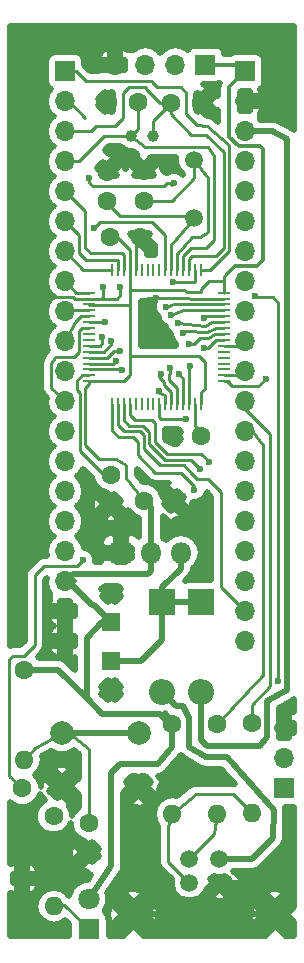
<source format=gbr>
G04 #@! TF.FileFunction,Copper,L1,Top,Signal*
%FSLAX46Y46*%
G04 Gerber Fmt 4.6, Leading zero omitted, Abs format (unit mm)*
G04 Created by KiCad (PCBNEW 4.0.7) date 12/06/18 21:28:27*
%MOMM*%
%LPD*%
G01*
G04 APERTURE LIST*
%ADD10C,0.100000*%
%ADD11R,1.700000X1.700000*%
%ADD12O,1.700000X1.700000*%
%ADD13C,2.000000*%
%ADD14R,0.250000X1.000000*%
%ADD15R,1.000000X0.250000*%
%ADD16C,1.500000*%
%ADD17R,1.800000X1.800000*%
%ADD18O,1.800000X1.800000*%
%ADD19C,1.600000*%
%ADD20C,1.000000*%
%ADD21R,1.600000X1.600000*%
%ADD22C,1.800000*%
%ADD23R,2.200000X2.200000*%
%ADD24O,2.200000X2.200000*%
%ADD25C,1.520000*%
%ADD26C,2.700000*%
%ADD27O,1.600000X1.600000*%
%ADD28C,0.600000*%
%ADD29C,0.250000*%
%ADD30C,0.500000*%
%ADD31C,0.350000*%
G04 APERTURE END LIST*
D10*
D11*
X61110000Y-34158000D03*
D12*
X61110000Y-36698000D03*
X61110000Y-39238000D03*
X61110000Y-41778000D03*
X61110000Y-44318000D03*
X61110000Y-46858000D03*
X61110000Y-49398000D03*
X61110000Y-51938000D03*
X61110000Y-54478000D03*
X61110000Y-57018000D03*
X61110000Y-59558000D03*
X61110000Y-62098000D03*
X61110000Y-64638000D03*
X61110000Y-67178000D03*
X61110000Y-69718000D03*
X61110000Y-72258000D03*
X61110000Y-74798000D03*
X61110000Y-77338000D03*
X61110000Y-79878000D03*
X61110000Y-82418000D03*
D13*
X60820300Y-94695400D03*
X60820300Y-90195400D03*
X67320300Y-94695400D03*
X67320300Y-90195400D03*
D14*
X72584000Y-50942000D03*
X72084000Y-50942000D03*
X71584000Y-50942000D03*
X71084000Y-50942000D03*
X70584000Y-50942000D03*
X70084000Y-50942000D03*
X69584000Y-50942000D03*
X69084000Y-50942000D03*
X68584000Y-50942000D03*
X68084000Y-50942000D03*
X67584000Y-50942000D03*
X67084000Y-50942000D03*
X66584000Y-50942000D03*
X66084000Y-50942000D03*
X65584000Y-50942000D03*
X65084000Y-50942000D03*
D15*
X63134000Y-52892000D03*
X63134000Y-53392000D03*
X63134000Y-53892000D03*
X63134000Y-54392000D03*
X63134000Y-54892000D03*
X63134000Y-55392000D03*
X63134000Y-55892000D03*
X63134000Y-56392000D03*
X63134000Y-56892000D03*
X63134000Y-57392000D03*
X63134000Y-57892000D03*
X63134000Y-58392000D03*
X63134000Y-58892000D03*
X63134000Y-59392000D03*
X63134000Y-59892000D03*
X63134000Y-60392000D03*
D14*
X65084000Y-62342000D03*
X65584000Y-62342000D03*
X66084000Y-62342000D03*
X66584000Y-62342000D03*
X67084000Y-62342000D03*
X67584000Y-62342000D03*
X68084000Y-62342000D03*
X68584000Y-62342000D03*
X69084000Y-62342000D03*
X69584000Y-62342000D03*
X70084000Y-62342000D03*
X70584000Y-62342000D03*
X71084000Y-62342000D03*
X71584000Y-62342000D03*
X72084000Y-62342000D03*
X72584000Y-62342000D03*
D15*
X74534000Y-60392000D03*
X74534000Y-59892000D03*
X74534000Y-59392000D03*
X74534000Y-58892000D03*
X74534000Y-58392000D03*
X74534000Y-57892000D03*
X74534000Y-57392000D03*
X74534000Y-56892000D03*
X74534000Y-56392000D03*
X74534000Y-55892000D03*
X74534000Y-55392000D03*
X74534000Y-54892000D03*
X74534000Y-54392000D03*
X74534000Y-53892000D03*
X74534000Y-53392000D03*
X74534000Y-52892000D03*
D16*
X72009000Y-41656000D03*
X72009000Y-46536000D03*
D17*
X65836800Y-74930000D03*
D18*
X68376800Y-74930000D03*
X70916800Y-74930000D03*
D11*
X76350000Y-34158000D03*
D12*
X76350000Y-36698000D03*
X76350000Y-39238000D03*
X76350000Y-41778000D03*
X76350000Y-44318000D03*
X76350000Y-46858000D03*
X76350000Y-49398000D03*
X76350000Y-51938000D03*
X76350000Y-54478000D03*
X76350000Y-57018000D03*
X76350000Y-59558000D03*
X76350000Y-62098000D03*
X76350000Y-64638000D03*
X76350000Y-67178000D03*
X76350000Y-69718000D03*
X76350000Y-72258000D03*
X76350000Y-74798000D03*
X76350000Y-77338000D03*
X76350000Y-79878000D03*
X76350000Y-82418000D03*
D19*
X67767200Y-45110400D03*
X67767200Y-42610400D03*
X64617600Y-45161200D03*
X64617600Y-42661200D03*
X70104000Y-36830000D03*
X72604000Y-36830000D03*
X67233800Y-36753800D03*
X64733800Y-36753800D03*
D11*
X72974200Y-33591500D03*
D12*
X70434200Y-33591500D03*
X67894200Y-33591500D03*
X65354200Y-33591500D03*
D20*
X66675000Y-39624000D03*
X68575000Y-39624000D03*
D19*
X67437000Y-48196500D03*
X64937000Y-48196500D03*
D21*
X65024000Y-84074000D03*
D19*
X65024000Y-86574000D03*
X70307200Y-70510400D03*
X67807200Y-70510400D03*
D21*
X65024000Y-80772000D03*
D19*
X65024000Y-78272000D03*
X63119000Y-97790000D03*
X63119000Y-100290000D03*
D17*
X63119000Y-106807000D03*
D22*
X63119000Y-104267000D03*
D23*
X69342000Y-79121000D03*
D24*
X69342000Y-86741000D03*
D23*
X72644000Y-79121000D03*
D24*
X72644000Y-86741000D03*
D25*
X71628000Y-100838000D03*
X74168000Y-100838000D03*
X74168000Y-102838000D03*
X71628000Y-102838000D03*
D26*
X66898000Y-105538000D03*
X78898000Y-105538000D03*
D19*
X70154800Y-89408000D03*
D27*
X70154800Y-97028000D03*
D19*
X76911200Y-89306400D03*
D27*
X76911200Y-96926400D03*
D19*
X73926700Y-89382600D03*
D27*
X73926700Y-97002600D03*
D19*
X57658000Y-84836000D03*
D27*
X57658000Y-92456000D03*
D19*
X60134500Y-97218500D03*
D27*
X60134500Y-104838500D03*
D19*
X64960500Y-70802500D03*
X64960500Y-68302500D03*
X70104000Y-64998600D03*
X72604000Y-64998600D03*
D11*
X79603600Y-94843600D03*
D12*
X79603600Y-92303600D03*
X79603600Y-89763600D03*
D19*
X57467500Y-94869000D03*
D27*
X57467500Y-102489000D03*
D28*
X70231000Y-52006500D03*
X63144400Y-43180000D03*
X70294500Y-43624500D03*
X79184500Y-35623500D03*
X68755260Y-53378100D03*
X65786000Y-52451000D03*
X67691000Y-55245000D03*
X58039000Y-53340000D03*
X60045600Y-53238400D03*
X64307720Y-52430680D03*
X63550800Y-47447200D03*
X71691500Y-59118500D03*
X78079600Y-60198000D03*
X69667120Y-54099460D03*
X70065900Y-54808120D03*
X70627240Y-55471060D03*
X71564500Y-57218580D03*
X72862440Y-57538620D03*
X64516000Y-55372000D03*
X70739000Y-59817000D03*
X64262000Y-56642000D03*
X69977000Y-59309000D03*
X65024000Y-56959500D03*
X69215000Y-59817000D03*
X65405000Y-58674000D03*
X69088000Y-61214000D03*
X65913000Y-59436000D03*
X71297800Y-63550800D03*
X73253600Y-67208400D03*
X72542400Y-67818000D03*
X72034400Y-69596000D03*
X72890380Y-55024020D03*
X77216000Y-53187600D03*
X79146400Y-85750400D03*
X71107300Y-56339740D03*
X62611000Y-75565000D03*
X65722500Y-57848500D03*
D29*
X72084000Y-50942000D02*
X72084000Y-51954500D01*
X72032000Y-52006500D02*
X70231000Y-52006500D01*
X72084000Y-51954500D02*
X72032000Y-52006500D01*
X62801500Y-38100000D02*
X61399500Y-36698000D01*
X61399500Y-36698000D02*
X61110000Y-36698000D01*
X70294500Y-43624500D02*
X69710300Y-43624500D01*
X63144400Y-43586400D02*
X63144400Y-43180000D01*
X63449200Y-43891200D02*
X63144400Y-43586400D01*
X69443600Y-43891200D02*
X63449200Y-43891200D01*
X69710300Y-43624500D02*
X69443600Y-43891200D01*
X70294500Y-43624500D02*
X70104000Y-43815000D01*
D30*
X70916800Y-74930000D02*
X70916800Y-76250800D01*
X69342000Y-77825600D02*
X69342000Y-79121000D01*
X70916800Y-76250800D02*
X69342000Y-77825600D01*
X72644000Y-79121000D02*
X69342000Y-79121000D01*
X69342000Y-79121000D02*
X69342000Y-82296000D01*
X69342000Y-82296000D02*
X67564000Y-84074000D01*
X67564000Y-84074000D02*
X65024000Y-84074000D01*
X72504300Y-79260700D02*
X72644000Y-79121000D01*
X76350000Y-36698000D02*
X79179500Y-35618500D01*
X79179500Y-35618500D02*
X79184500Y-35623500D01*
D29*
X65480000Y-53392000D02*
X64008000Y-53392000D01*
X65786000Y-53086000D02*
X65786000Y-52451000D01*
X65480000Y-53392000D02*
X65786000Y-53086000D01*
X68755260Y-53378100D02*
X68110100Y-53378100D01*
X67691000Y-53797200D02*
X67691000Y-55245000D01*
X68110100Y-53378100D02*
X67691000Y-53797200D01*
X74534000Y-53392000D02*
X68756460Y-53379300D01*
X68756460Y-53379300D02*
X68755260Y-53378100D01*
X60045600Y-53238400D02*
X58140600Y-53238400D01*
X58140600Y-53238400D02*
X58039000Y-53340000D01*
X63134000Y-53392000D02*
X61927602Y-53392000D01*
X61774002Y-53238400D02*
X60045600Y-53238400D01*
X61927602Y-53392000D02*
X61774002Y-53238400D01*
D30*
X79756000Y-104680000D02*
X78898000Y-105538000D01*
X74168000Y-102838000D02*
X76198000Y-102838000D01*
X76198000Y-102838000D02*
X78898000Y-105538000D01*
X66898000Y-105538000D02*
X78898000Y-105538000D01*
D29*
X63134000Y-53392000D02*
X64008000Y-53392000D01*
X64008000Y-53392000D02*
X64164280Y-53392000D01*
X64307720Y-53248560D02*
X64307720Y-52430680D01*
X64164280Y-53392000D02*
X64307720Y-53248560D01*
X67084000Y-50942000D02*
X67084000Y-48549500D01*
X67084000Y-48549500D02*
X67437000Y-48196500D01*
X64770000Y-36893500D02*
X64770000Y-36830000D01*
X67084000Y-48264500D02*
X67079500Y-48260000D01*
X67767200Y-45110400D02*
X70129400Y-45110400D01*
X72034400Y-43205400D02*
X72009000Y-41656000D01*
X70129400Y-45110400D02*
X72034400Y-43205400D01*
X70584000Y-50942000D02*
X70584000Y-49634200D01*
X73177400Y-43205400D02*
X72009000Y-41656000D01*
X73177400Y-47726600D02*
X73177400Y-43205400D01*
X72542400Y-48209200D02*
X73177400Y-47726600D01*
X71856600Y-48209200D02*
X72542400Y-48209200D01*
X70584000Y-49634200D02*
X71856600Y-48209200D01*
X64617600Y-45161200D02*
X64617600Y-45313600D01*
X64617600Y-45313600D02*
X65709800Y-46405800D01*
X71497800Y-46405800D02*
X72009000Y-46536000D01*
X65709800Y-46405800D02*
X71497800Y-46405800D01*
X70084000Y-50942000D02*
X70084000Y-48892800D01*
X70084000Y-48892800D02*
X72009000Y-46536000D01*
X67932300Y-35483800D02*
X67932300Y-35648900D01*
X69113400Y-36830000D02*
X70104000Y-36830000D01*
X67932300Y-35648900D02*
X69113400Y-36830000D01*
X61110000Y-39238000D02*
X63301800Y-39238000D01*
X66484500Y-35483800D02*
X67932300Y-35483800D01*
X66001900Y-35966400D02*
X66484500Y-35483800D01*
X66001900Y-38100000D02*
X66001900Y-35966400D01*
X65303400Y-38798500D02*
X66001900Y-38100000D01*
X63741300Y-38798500D02*
X65303400Y-38798500D01*
X63301800Y-39238000D02*
X63741300Y-38798500D01*
X70104000Y-36830000D02*
X70104000Y-37757100D01*
X74523600Y-49098200D02*
X74345800Y-49276000D01*
X71843900Y-49771300D02*
X73850500Y-49771300D01*
X73850500Y-49771300D02*
X74345800Y-49276000D01*
X71584000Y-50942000D02*
X71584000Y-50031200D01*
X74523600Y-48412400D02*
X74523600Y-40957500D01*
X71584000Y-50031200D02*
X71843900Y-49771300D01*
X74523600Y-48412400D02*
X74523600Y-49098200D01*
X70104000Y-37757100D02*
X71793100Y-39573200D01*
X71793100Y-39573200D02*
X73012300Y-39573200D01*
X73012300Y-39573200D02*
X74523600Y-40957500D01*
X68575000Y-39624000D02*
X68575000Y-38359000D01*
X68575000Y-38359000D02*
X70104000Y-36830000D01*
X61110000Y-39238000D02*
X61155500Y-39238000D01*
X61110000Y-41778000D02*
X62260400Y-41778000D01*
X64414400Y-39624000D02*
X66675000Y-39624000D01*
X62260400Y-41778000D02*
X64414400Y-39624000D01*
X71084000Y-50942000D02*
X71084000Y-49769200D01*
X67868800Y-40563800D02*
X66675000Y-39624000D01*
X73202800Y-40563800D02*
X67868800Y-40563800D01*
X73710800Y-41325800D02*
X73202800Y-40563800D01*
X73710800Y-48412400D02*
X73710800Y-41325800D01*
X73025000Y-49098200D02*
X73710800Y-48412400D01*
X71755000Y-49098200D02*
X73025000Y-49098200D01*
X71084000Y-49769200D02*
X71755000Y-49098200D01*
X67233800Y-36753800D02*
X67233800Y-39065200D01*
X67233800Y-39065200D02*
X66675000Y-39624000D01*
X57658000Y-92456000D02*
X58570741Y-91407223D01*
X58570741Y-91407223D02*
X60820300Y-90195400D01*
D30*
X60820300Y-90195400D02*
X67320300Y-90195400D01*
D29*
X60820300Y-90195400D02*
X61455300Y-90195400D01*
X61455300Y-90195400D02*
X63119000Y-91567000D01*
X63119000Y-91567000D02*
X63119000Y-97790000D01*
X69584000Y-50942000D02*
X69584000Y-48044800D01*
X64058800Y-46939200D02*
X63550800Y-47447200D01*
X68478400Y-46939200D02*
X64058800Y-46939200D01*
X69584000Y-48044800D02*
X68478400Y-46939200D01*
X73710800Y-98755200D02*
X71628000Y-100838000D01*
X73926700Y-97002600D02*
X73710800Y-98755200D01*
D30*
X71628000Y-100838000D02*
X71628000Y-100441760D01*
D29*
X75336400Y-95351600D02*
X76911200Y-96926400D01*
X72186800Y-95351600D02*
X75336400Y-95351600D01*
X70180200Y-97028000D02*
X72186800Y-95351600D01*
X70154800Y-97028000D02*
X70180200Y-97028000D01*
X69850000Y-101060000D02*
X71628000Y-102838000D01*
X69850000Y-98044000D02*
X69850000Y-101060000D01*
X70154800Y-97409000D02*
X69850000Y-98044000D01*
X70154800Y-97028000D02*
X70154800Y-97409000D01*
D30*
X70281800Y-96901000D02*
X70154800Y-97028000D01*
X60515500Y-84836000D02*
X57658000Y-84836000D01*
X57658000Y-84836000D02*
X57658000Y-84465160D01*
X57658000Y-84836000D02*
X58356500Y-84836000D01*
X65024000Y-80772000D02*
X64262000Y-80772000D01*
X64262000Y-80772000D02*
X62928500Y-82105500D01*
X62928500Y-82105500D02*
X62928500Y-87249000D01*
X70154800Y-89408000D02*
X69977000Y-89408000D01*
X69977000Y-89408000D02*
X69151500Y-88582500D01*
X64262000Y-88582500D02*
X62928500Y-87249000D01*
X62928500Y-87249000D02*
X60515500Y-84836000D01*
X69151500Y-88582500D02*
X64262000Y-88582500D01*
D29*
X72567800Y-52832000D02*
X72567800Y-52603400D01*
X73240900Y-51930300D02*
X74534000Y-51930300D01*
X72567800Y-52603400D02*
X73240900Y-51930300D01*
X74534000Y-52892000D02*
X74534000Y-51930300D01*
X74534000Y-51930300D02*
X74534000Y-51577000D01*
D31*
X75501500Y-50673000D02*
X77343000Y-50673000D01*
X77343000Y-50673000D02*
X77851000Y-50165000D01*
X77851000Y-50165000D02*
X77851000Y-40767000D01*
X77851000Y-40767000D02*
X77597000Y-40513000D01*
X77597000Y-40513000D02*
X75819000Y-40513000D01*
X75819000Y-40513000D02*
X74993500Y-39687500D01*
X74993500Y-39687500D02*
X74993500Y-38417500D01*
X74841100Y-51333400D02*
X75501500Y-50673000D01*
D29*
X74534000Y-51577000D02*
X74841100Y-51269900D01*
X74841100Y-51269900D02*
X74841100Y-51333400D01*
X72953880Y-59385200D02*
X72953880Y-58780680D01*
X71564500Y-58293000D02*
X68707000Y-58293000D01*
X72466200Y-58293000D02*
X71564500Y-58293000D01*
X72953880Y-58780680D02*
X72466200Y-58293000D01*
X72567800Y-52832000D02*
X71374000Y-52832000D01*
X71247000Y-52705000D02*
X68643500Y-52705000D01*
X71374000Y-52832000D02*
X71247000Y-52705000D01*
X68643500Y-52685120D02*
X68643500Y-52705000D01*
X66584000Y-52685120D02*
X68643500Y-52685120D01*
X66614040Y-58293000D02*
X68707000Y-58293000D01*
X72953880Y-61005720D02*
X72953880Y-59385200D01*
X72953880Y-59385200D02*
X72953880Y-59375040D01*
X72584000Y-62342000D02*
X72584000Y-61375600D01*
X72584000Y-61375600D02*
X72953880Y-61005720D01*
D31*
X74993500Y-38417500D02*
X74993500Y-35514500D01*
X74993500Y-35514500D02*
X76350000Y-34158000D01*
X74993500Y-38417500D02*
X74993500Y-38227000D01*
D29*
X66614040Y-53949600D02*
X66598800Y-53949600D01*
X66598800Y-53949600D02*
X65227200Y-53949600D01*
X65227200Y-53949600D02*
X65219598Y-53941998D01*
X66614040Y-52715160D02*
X66614040Y-53949600D01*
X66614040Y-53949600D02*
X66614040Y-58293000D01*
X66614040Y-58293000D02*
X66614040Y-59877960D01*
X66614040Y-59877960D02*
X66100000Y-60392000D01*
D30*
X70154800Y-89408000D02*
X70159880Y-91338400D01*
X65024000Y-101473000D02*
X63119000Y-104267000D01*
X65024000Y-93522800D02*
X65024000Y-101473000D01*
X65735200Y-92811600D02*
X65024000Y-93522800D01*
X68986400Y-92811600D02*
X65735200Y-92811600D01*
X70159880Y-91338400D02*
X68986400Y-92811600D01*
D29*
X63134000Y-60392000D02*
X63134000Y-60614800D01*
X66281300Y-68603500D02*
X67807200Y-70510400D01*
X66281300Y-67475100D02*
X66281300Y-68603500D01*
X65379600Y-66954400D02*
X66281300Y-67475100D01*
X63943998Y-66954400D02*
X65379600Y-66954400D01*
X62781602Y-65792004D02*
X63943998Y-66954400D01*
X62781602Y-60967198D02*
X62781602Y-65792004D01*
X63134000Y-60614800D02*
X62781602Y-60967198D01*
D30*
X68376800Y-74930000D02*
X68376800Y-71080000D01*
X68376800Y-71080000D02*
X67807200Y-70510400D01*
X61110000Y-77338000D02*
X61386800Y-77338000D01*
X61386800Y-77338000D02*
X63347600Y-79298800D01*
X63550800Y-79298800D02*
X65024000Y-80772000D01*
X63347600Y-79298800D02*
X63550800Y-79298800D01*
X68376800Y-74930000D02*
X68376800Y-76454000D01*
X61740000Y-76708000D02*
X61110000Y-77338000D01*
X68122800Y-76708000D02*
X61740000Y-76708000D01*
X68376800Y-76454000D02*
X68122800Y-76708000D01*
X69596000Y-88519000D02*
X70154800Y-89408000D01*
X61110000Y-77338000D02*
X61844000Y-77338000D01*
D29*
X63134000Y-60392000D02*
X66100000Y-60392000D01*
X66614040Y-52715160D02*
X66584000Y-52685120D01*
X66584000Y-52685120D02*
X66584000Y-52685120D01*
X66584000Y-50942000D02*
X66584000Y-52171600D01*
X66584000Y-52171600D02*
X66584000Y-52685120D01*
X65219598Y-53941998D02*
X63134000Y-53941998D01*
X63134000Y-53941998D02*
X63134000Y-53892000D01*
D31*
X72974200Y-33591500D02*
X75783500Y-33591500D01*
X75783500Y-33591500D02*
X76350000Y-34158000D01*
D29*
X64937000Y-48196500D02*
X65519300Y-48196500D01*
X65519300Y-48196500D02*
X66584000Y-49261200D01*
X66584000Y-49261200D02*
X66584000Y-50942000D01*
D30*
X61562200Y-76885800D02*
X61110000Y-77338000D01*
X76350000Y-34158000D02*
X76068000Y-34158000D01*
D29*
X71691500Y-59118500D02*
X71584000Y-59226000D01*
X71584000Y-59226000D02*
X71584000Y-62342000D01*
X71584000Y-62342000D02*
X71584000Y-61702500D01*
X74534000Y-60392000D02*
X74819200Y-60392000D01*
X74819200Y-60392000D02*
X75234800Y-60807600D01*
X77470000Y-60807600D02*
X78079600Y-60198000D01*
X75234800Y-60807600D02*
X77470000Y-60807600D01*
X67894200Y-33591500D02*
X68046600Y-33591500D01*
X74534000Y-60392000D02*
X74997000Y-60392000D01*
X70764400Y-35509200D02*
X70891400Y-35509200D01*
X73132577Y-38789520D02*
X74996040Y-40431720D01*
X72237600Y-38709600D02*
X73132577Y-38789520D01*
X71335900Y-37807900D02*
X72237600Y-38709600D01*
X71335900Y-35953700D02*
X71335900Y-37807900D01*
X70891400Y-35509200D02*
X71335900Y-35953700D01*
X68414900Y-34982150D02*
X68414900Y-35064700D01*
X68859400Y-35509200D02*
X69951600Y-35509200D01*
X68414900Y-35064700D02*
X68859400Y-35509200D01*
X67716400Y-34982150D02*
X68414900Y-34982150D01*
X62871350Y-34982150D02*
X67716400Y-34982150D01*
X61110000Y-34158000D02*
X62047200Y-34158000D01*
X73391000Y-50942000D02*
X72584000Y-50942000D01*
X74973602Y-49359398D02*
X73391000Y-50942000D01*
X74996040Y-40431720D02*
X74973602Y-49359398D01*
X69951600Y-35509200D02*
X70764400Y-35509200D01*
X62047200Y-34158000D02*
X62871350Y-34982150D01*
X61110000Y-34267000D02*
X61110000Y-34158000D01*
D30*
X76350000Y-39238000D02*
X78658800Y-39238000D01*
X72644000Y-90810080D02*
X72644000Y-86741000D01*
X73111360Y-91277440D02*
X72644000Y-90810080D01*
X77642720Y-91277440D02*
X73111360Y-91277440D01*
X78206600Y-90553540D02*
X77642720Y-91277440D01*
X78206600Y-87464900D02*
X78206600Y-90553540D01*
X79908400Y-86502240D02*
X78206600Y-87464900D01*
X79908400Y-39908480D02*
X79908400Y-86502240D01*
X78658800Y-39238000D02*
X79908400Y-39908480D01*
D29*
X74534000Y-53892000D02*
X70344480Y-53892000D01*
X70344480Y-53892000D02*
X69667120Y-54099460D01*
X76350000Y-42204500D02*
X76350000Y-41778000D01*
X74534000Y-53842002D02*
X74534000Y-53892000D01*
X60452000Y-44069000D02*
X60579000Y-44069000D01*
X66084000Y-50942000D02*
X66084000Y-49701000D01*
X62801500Y-46009500D02*
X61110000Y-44318000D01*
X62801500Y-49079998D02*
X62801500Y-46009500D01*
X63251502Y-49530000D02*
X62801500Y-49079998D01*
X65913000Y-49530000D02*
X63251502Y-49530000D01*
X66084000Y-49701000D02*
X65913000Y-49530000D01*
X74534000Y-54392000D02*
X71110280Y-54392000D01*
X70066780Y-54808120D02*
X70065900Y-54808120D01*
X71110280Y-54392000D02*
X70066780Y-54808120D01*
X65584000Y-50942000D02*
X65584000Y-50090000D01*
X62293500Y-48041500D02*
X61110000Y-46858000D01*
X62293500Y-49530000D02*
X62293500Y-48041500D01*
X62865000Y-50101500D02*
X62293500Y-49530000D01*
X65572500Y-50101500D02*
X62865000Y-50101500D01*
X65584000Y-50090000D02*
X65572500Y-50101500D01*
X74534000Y-55392000D02*
X73548560Y-55392000D01*
X72969989Y-55756899D02*
X70627240Y-55471060D01*
X73548560Y-55392000D02*
X72969989Y-55756899D01*
X65084000Y-50942000D02*
X62654000Y-50942000D01*
X62654000Y-50942000D02*
X61110000Y-49398000D01*
X73821100Y-56392000D02*
X73187560Y-56751220D01*
X73187560Y-56751220D02*
X72489060Y-56751220D01*
X72489060Y-56751220D02*
X72021700Y-57218580D01*
X72021700Y-57218580D02*
X71564500Y-57218580D01*
X73821100Y-56392000D02*
X74534000Y-56392000D01*
X76350000Y-51331000D02*
X76350000Y-51938000D01*
X63134000Y-52892000D02*
X62064000Y-52892000D01*
X62064000Y-52892000D02*
X61110000Y-51938000D01*
X63134000Y-54392000D02*
X61196000Y-54392000D01*
X61196000Y-54392000D02*
X61110000Y-54478000D01*
X74534000Y-56892000D02*
X73879900Y-56892000D01*
X72867520Y-57543700D02*
X72862440Y-57538620D01*
X73228200Y-57543700D02*
X72867520Y-57543700D01*
X73879900Y-56892000D02*
X73228200Y-57543700D01*
X63134000Y-54892000D02*
X62456000Y-54892000D01*
X61110000Y-57018000D02*
X61110000Y-57018000D01*
X61976000Y-55372000D02*
X61110000Y-57018000D01*
X62456000Y-54892000D02*
X61976000Y-55372000D01*
X74534000Y-57392000D02*
X75976000Y-57392000D01*
X75976000Y-57392000D02*
X76350000Y-57018000D01*
X63134000Y-55392000D02*
X64496000Y-55392000D01*
X64496000Y-55392000D02*
X64516000Y-55372000D01*
X74534000Y-59892000D02*
X76016000Y-59892000D01*
X76016000Y-59892000D02*
X76350000Y-59558000D01*
X62293500Y-57622440D02*
X62293500Y-57904380D01*
X59923680Y-60926920D02*
X61110000Y-62098000D01*
X59923680Y-58963560D02*
X59923680Y-60926920D01*
X60274200Y-58323480D02*
X59923680Y-58963560D01*
X61874400Y-58323480D02*
X60274200Y-58323480D01*
X62293500Y-57904380D02*
X61874400Y-58323480D01*
X61110000Y-62098000D02*
X61110000Y-62080000D01*
X62293500Y-57622440D02*
X62293500Y-56134000D01*
X62293500Y-56134000D02*
X62535500Y-55892000D01*
X62535500Y-55892000D02*
X63134000Y-55892000D01*
X78486000Y-85953600D02*
X78486000Y-86207600D01*
X76911200Y-87782400D02*
X76911200Y-89306400D01*
X78486000Y-86207600D02*
X76911200Y-87782400D01*
X71084000Y-62342000D02*
X71084000Y-60162000D01*
X71084000Y-60162000D02*
X70739000Y-59817000D01*
X76350000Y-62098000D02*
X76350000Y-62761000D01*
X76350000Y-62761000D02*
X78486000Y-64897000D01*
X78486000Y-64897000D02*
X78486000Y-85953600D01*
X78486000Y-85953600D02*
X78486000Y-86106000D01*
X63134000Y-57392000D02*
X64059500Y-57392000D01*
X64262000Y-57189500D02*
X64262000Y-56642000D01*
X64059500Y-57392000D02*
X64262000Y-57189500D01*
X77851000Y-85369400D02*
X77749400Y-85369400D01*
X76957000Y-64638000D02*
X77851000Y-65786000D01*
X77851000Y-65786000D02*
X77851000Y-84201000D01*
X77851000Y-84201000D02*
X77851000Y-85369400D01*
X77749400Y-85369400D02*
X73926700Y-89382600D01*
X70584000Y-62342000D02*
X70584000Y-60995500D01*
X69913500Y-60325000D02*
X69977000Y-59309000D01*
X70584000Y-60995500D02*
X69913500Y-60325000D01*
X76350000Y-64638000D02*
X76957000Y-64638000D01*
X63134000Y-57892000D02*
X64409000Y-57892000D01*
X65024000Y-57277000D02*
X65024000Y-56959500D01*
X64409000Y-57892000D02*
X65024000Y-57277000D01*
X69088000Y-60071000D02*
X69469000Y-60452000D01*
X69469000Y-60452000D02*
X69469000Y-60706000D01*
X69469000Y-60706000D02*
X70084000Y-61321000D01*
X70084000Y-61321000D02*
X70084000Y-61448000D01*
X70084000Y-61448000D02*
X70084000Y-62342000D01*
X69215000Y-59817000D02*
X69088000Y-60071000D01*
X64389000Y-58892000D02*
X65135678Y-58892000D01*
X65135678Y-58892000D02*
X65405000Y-58674000D01*
X63134000Y-58892000D02*
X64389000Y-58892000D01*
X64389000Y-58892000D02*
X64679000Y-58892000D01*
X69088000Y-61214000D02*
X69088000Y-61404500D01*
X69584000Y-61583000D02*
X69584000Y-62342000D01*
X69088000Y-61404500D02*
X69584000Y-61583000D01*
X69584000Y-62342000D02*
X69584000Y-61646500D01*
X63134000Y-59392000D02*
X65869000Y-59392000D01*
X65869000Y-59392000D02*
X65913000Y-59436000D01*
X76004500Y-72258000D02*
X76350000Y-72258000D01*
X69084000Y-62342000D02*
X69084000Y-63394400D01*
X69240400Y-63550800D02*
X71297800Y-63550800D01*
X69084000Y-63394400D02*
X69240400Y-63550800D01*
X68681600Y-65430400D02*
X68681600Y-65532000D01*
X68681600Y-65532000D02*
X69697600Y-66548000D01*
X66584000Y-62342000D02*
X66584000Y-63231200D01*
X73253600Y-67157600D02*
X73253600Y-67208400D01*
X72644000Y-66548000D02*
X73253600Y-67157600D01*
X69697600Y-66548000D02*
X72644000Y-66548000D01*
X68681600Y-63906400D02*
X68681600Y-65430400D01*
X68427600Y-63652400D02*
X68681600Y-63906400D01*
X67005200Y-63652400D02*
X68427600Y-63652400D01*
X66584000Y-63231200D02*
X67005200Y-63652400D01*
X68224400Y-65684400D02*
X68224400Y-65735200D01*
X68224400Y-65735200D02*
X69545200Y-67056000D01*
X66084000Y-62342000D02*
X66084000Y-63696400D01*
X71780400Y-67056000D02*
X72542400Y-67818000D01*
X69545200Y-67056000D02*
X71780400Y-67056000D01*
X68224400Y-64719200D02*
X68224400Y-65684400D01*
X67665600Y-64160400D02*
X68224400Y-64719200D01*
X66548000Y-64160400D02*
X67665600Y-64160400D01*
X66084000Y-63696400D02*
X66548000Y-64160400D01*
X65584000Y-62342000D02*
X65584000Y-64110800D01*
X74320400Y-77848400D02*
X76350000Y-79878000D01*
X74320400Y-69799200D02*
X74320400Y-77848400D01*
X73202800Y-68681600D02*
X74320400Y-69799200D01*
X72288400Y-68681600D02*
X73202800Y-68681600D01*
X71882000Y-68275200D02*
X72288400Y-68681600D01*
X71882000Y-68224400D02*
X71882000Y-68275200D01*
X71170800Y-67513200D02*
X71882000Y-68224400D01*
X69138800Y-67513200D02*
X71170800Y-67513200D01*
X67767200Y-66141600D02*
X69138800Y-67513200D01*
X67767200Y-64973200D02*
X67767200Y-66141600D01*
X67411600Y-64617600D02*
X67767200Y-64973200D01*
X66090800Y-64617600D02*
X67411600Y-64617600D01*
X65584000Y-64110800D02*
X66090800Y-64617600D01*
X65084000Y-62342000D02*
X65084000Y-64576000D01*
X72034400Y-69240400D02*
X72034400Y-69596000D01*
X70916800Y-68122800D02*
X72034400Y-69240400D01*
X68732400Y-68122800D02*
X70916800Y-68122800D01*
X67259200Y-66649600D02*
X68732400Y-68122800D01*
X67259200Y-65532000D02*
X67259200Y-66649600D01*
X66852800Y-65125600D02*
X67259200Y-65532000D01*
X65633600Y-65125600D02*
X66852800Y-65125600D01*
X65084000Y-64576000D02*
X65633600Y-65125600D01*
X74534000Y-54892000D02*
X73055420Y-54858980D01*
X73055420Y-54858980D02*
X72890380Y-55024020D01*
X77216000Y-53187600D02*
X77317600Y-53289200D01*
X77317600Y-53289200D02*
X78689200Y-53289200D01*
X78689200Y-53289200D02*
X79146400Y-53746400D01*
X79146400Y-53746400D02*
X79146400Y-85750400D01*
X74534000Y-55892000D02*
X73838500Y-55892000D01*
X71306199Y-56140841D02*
X71107300Y-56339740D01*
X73083420Y-56219581D02*
X71306199Y-56140841D01*
X73838500Y-55892000D02*
X73083420Y-56219581D01*
X60134500Y-104838500D02*
X61023500Y-104711500D01*
X61023500Y-104711500D02*
X63119000Y-106807000D01*
D30*
X70485000Y-87884000D02*
X69342000Y-86741000D01*
X71120000Y-87884000D02*
X70485000Y-87884000D01*
X71628000Y-88912700D02*
X71120000Y-87884000D01*
X71628000Y-91351100D02*
X71628000Y-88912700D01*
X72999600Y-92202000D02*
X71628000Y-91351100D01*
X74777600Y-92202000D02*
X72999600Y-92202000D01*
X78752700Y-96664780D02*
X74777600Y-92202000D01*
X78740000Y-99060000D02*
X78752700Y-96664780D01*
X76962000Y-100838000D02*
X78740000Y-99060000D01*
X74168000Y-100838000D02*
X76962000Y-100838000D01*
D29*
X62331600Y-65722500D02*
X62331600Y-66268600D01*
X62331600Y-66268600D02*
X64365500Y-68302500D01*
X64365500Y-68302500D02*
X64960500Y-68302500D01*
X63134000Y-59892000D02*
X62536000Y-59892000D01*
X62331600Y-61417200D02*
X62331600Y-65722500D01*
X62077600Y-61163200D02*
X62331600Y-61417200D01*
X62077600Y-60350400D02*
X62077600Y-61163200D01*
X62536000Y-59892000D02*
X62077600Y-60350400D01*
X72084000Y-62342000D02*
X72084000Y-64072200D01*
X72084000Y-64072200D02*
X72604000Y-64998600D01*
X56388000Y-93789500D02*
X57467500Y-94869000D01*
X56388000Y-83947000D02*
X56388000Y-93789500D01*
X56705500Y-83629500D02*
X56388000Y-83947000D01*
X57658000Y-83629500D02*
X56705500Y-83629500D01*
X58547000Y-82740500D02*
X57658000Y-83629500D01*
X58547000Y-76835000D02*
X58547000Y-82740500D01*
X59309000Y-76073000D02*
X58547000Y-76835000D01*
X62103000Y-76073000D02*
X59309000Y-76073000D01*
X62611000Y-75565000D02*
X62103000Y-76073000D01*
X63134000Y-58392000D02*
X64671000Y-58392000D01*
X65214500Y-57848500D02*
X65722500Y-57848500D01*
X64671000Y-58392000D02*
X65214500Y-57848500D01*
D30*
G36*
X59429592Y-95832660D02*
X59257643Y-95903708D01*
X58821240Y-96339349D01*
X58584770Y-96908833D01*
X58584232Y-97525461D01*
X58819708Y-98095357D01*
X59255349Y-98531760D01*
X59824833Y-98768230D01*
X60441461Y-98768768D01*
X61011357Y-98533292D01*
X61447760Y-98097651D01*
X61568986Y-97805706D01*
X61568732Y-98096961D01*
X61804208Y-98666857D01*
X62239849Y-99103260D01*
X62681218Y-99286532D01*
X63119000Y-99724315D01*
X63401843Y-99441472D01*
X63967528Y-100007157D01*
X63684685Y-100290000D01*
X63967528Y-100572843D01*
X63401843Y-101138528D01*
X63119000Y-100855685D01*
X62453881Y-101520805D01*
X62538983Y-101768846D01*
X62893677Y-101832446D01*
X63294984Y-102233753D01*
X63033730Y-102616925D01*
X62792235Y-102616715D01*
X62185571Y-102867383D01*
X61721014Y-103331130D01*
X61469287Y-103937355D01*
X61469256Y-103973498D01*
X61449571Y-103964059D01*
X61358348Y-103903105D01*
X61358095Y-103903055D01*
X61230516Y-103712118D01*
X60727659Y-103376121D01*
X60134500Y-103258134D01*
X59541341Y-103376121D01*
X59038484Y-103712118D01*
X58702487Y-104214975D01*
X58584500Y-104808134D01*
X58584500Y-104868866D01*
X58702487Y-105462025D01*
X59038484Y-105964882D01*
X59541341Y-106300879D01*
X60134500Y-106418866D01*
X60727659Y-106300879D01*
X61115978Y-106041414D01*
X61454307Y-106379744D01*
X61454307Y-107379000D01*
X56451000Y-107379000D01*
X56451000Y-103739002D01*
X56575440Y-103739002D01*
X56836869Y-103913665D01*
X57067500Y-103797737D01*
X57067500Y-102889000D01*
X57867500Y-102889000D01*
X57867500Y-103797737D01*
X58098131Y-103913665D01*
X58542412Y-103616838D01*
X58892194Y-103119635D01*
X58783807Y-102889000D01*
X57867500Y-102889000D01*
X57067500Y-102889000D01*
X56667500Y-102889000D01*
X56667500Y-102089000D01*
X57067500Y-102089000D01*
X57067500Y-101180263D01*
X57867500Y-101180263D01*
X57867500Y-102089000D01*
X58783807Y-102089000D01*
X58892194Y-101858365D01*
X58542412Y-101361162D01*
X58098131Y-101064335D01*
X57867500Y-101180263D01*
X57067500Y-101180263D01*
X56836869Y-101064335D01*
X56575440Y-101238998D01*
X56451000Y-101238998D01*
X56451000Y-100320064D01*
X61530761Y-100320064D01*
X61640154Y-100870017D01*
X61888195Y-100955119D01*
X62553315Y-100290000D01*
X61888195Y-99624881D01*
X61640154Y-99709983D01*
X61530761Y-100320064D01*
X56451000Y-100320064D01*
X56451000Y-96044671D01*
X56588349Y-96182260D01*
X57157833Y-96418730D01*
X57774461Y-96419268D01*
X58344357Y-96183792D01*
X58780760Y-95748151D01*
X58946335Y-95349403D01*
X59429592Y-95832660D01*
X59429592Y-95832660D01*
G37*
X59429592Y-95832660D02*
X59257643Y-95903708D01*
X58821240Y-96339349D01*
X58584770Y-96908833D01*
X58584232Y-97525461D01*
X58819708Y-98095357D01*
X59255349Y-98531760D01*
X59824833Y-98768230D01*
X60441461Y-98768768D01*
X61011357Y-98533292D01*
X61447760Y-98097651D01*
X61568986Y-97805706D01*
X61568732Y-98096961D01*
X61804208Y-98666857D01*
X62239849Y-99103260D01*
X62681218Y-99286532D01*
X63119000Y-99724315D01*
X63401843Y-99441472D01*
X63967528Y-100007157D01*
X63684685Y-100290000D01*
X63967528Y-100572843D01*
X63401843Y-101138528D01*
X63119000Y-100855685D01*
X62453881Y-101520805D01*
X62538983Y-101768846D01*
X62893677Y-101832446D01*
X63294984Y-102233753D01*
X63033730Y-102616925D01*
X62792235Y-102616715D01*
X62185571Y-102867383D01*
X61721014Y-103331130D01*
X61469287Y-103937355D01*
X61469256Y-103973498D01*
X61449571Y-103964059D01*
X61358348Y-103903105D01*
X61358095Y-103903055D01*
X61230516Y-103712118D01*
X60727659Y-103376121D01*
X60134500Y-103258134D01*
X59541341Y-103376121D01*
X59038484Y-103712118D01*
X58702487Y-104214975D01*
X58584500Y-104808134D01*
X58584500Y-104868866D01*
X58702487Y-105462025D01*
X59038484Y-105964882D01*
X59541341Y-106300879D01*
X60134500Y-106418866D01*
X60727659Y-106300879D01*
X61115978Y-106041414D01*
X61454307Y-106379744D01*
X61454307Y-107379000D01*
X56451000Y-107379000D01*
X56451000Y-103739002D01*
X56575440Y-103739002D01*
X56836869Y-103913665D01*
X57067500Y-103797737D01*
X57067500Y-102889000D01*
X57867500Y-102889000D01*
X57867500Y-103797737D01*
X58098131Y-103913665D01*
X58542412Y-103616838D01*
X58892194Y-103119635D01*
X58783807Y-102889000D01*
X57867500Y-102889000D01*
X57067500Y-102889000D01*
X56667500Y-102889000D01*
X56667500Y-102089000D01*
X57067500Y-102089000D01*
X57067500Y-101180263D01*
X57867500Y-101180263D01*
X57867500Y-102089000D01*
X58783807Y-102089000D01*
X58892194Y-101858365D01*
X58542412Y-101361162D01*
X58098131Y-101064335D01*
X57867500Y-101180263D01*
X57067500Y-101180263D01*
X56836869Y-101064335D01*
X56575440Y-101238998D01*
X56451000Y-101238998D01*
X56451000Y-100320064D01*
X61530761Y-100320064D01*
X61640154Y-100870017D01*
X61888195Y-100955119D01*
X62553315Y-100290000D01*
X61888195Y-99624881D01*
X61640154Y-99709983D01*
X61530761Y-100320064D01*
X56451000Y-100320064D01*
X56451000Y-96044671D01*
X56588349Y-96182260D01*
X57157833Y-96418730D01*
X57774461Y-96419268D01*
X58344357Y-96183792D01*
X58780760Y-95748151D01*
X58946335Y-95349403D01*
X59429592Y-95832660D01*
G36*
X70920893Y-92058207D02*
X71016674Y-92122206D01*
X71100833Y-92200862D01*
X72472433Y-93051762D01*
X72548958Y-93080472D01*
X72616917Y-93125880D01*
X72729896Y-93148353D01*
X72837751Y-93188816D01*
X72919439Y-93186055D01*
X72999600Y-93202000D01*
X74329149Y-93202000D01*
X75492040Y-94507559D01*
X75336400Y-94476600D01*
X72186800Y-94476600D01*
X72057028Y-94502413D01*
X71925477Y-94516534D01*
X71890754Y-94535487D01*
X71851952Y-94543205D01*
X71741938Y-94616714D01*
X71625803Y-94680104D01*
X70600884Y-95536366D01*
X70154800Y-95447634D01*
X69561641Y-95565621D01*
X69058784Y-95901618D01*
X68722787Y-96404475D01*
X68604800Y-96997634D01*
X68604800Y-97058366D01*
X68722787Y-97651525D01*
X68977301Y-98032433D01*
X68975000Y-98044000D01*
X68975000Y-101060000D01*
X69041605Y-101394848D01*
X69231282Y-101678718D01*
X70118236Y-102565673D01*
X70117738Y-103137040D01*
X70347138Y-103692229D01*
X70771537Y-104117370D01*
X71326325Y-104347738D01*
X71927040Y-104348262D01*
X72482229Y-104118862D01*
X72572481Y-104028767D01*
X73514634Y-104028767D01*
X73593534Y-104275179D01*
X74187247Y-104385619D01*
X74742466Y-104275179D01*
X74821366Y-104028767D01*
X74552305Y-103759706D01*
X78074301Y-103759706D01*
X78898000Y-104583406D01*
X79721699Y-103759706D01*
X79551321Y-103490403D01*
X78718008Y-103396252D01*
X78244679Y-103490403D01*
X78074301Y-103759706D01*
X74552305Y-103759706D01*
X74168000Y-103375401D01*
X73514634Y-104028767D01*
X72572481Y-104028767D01*
X72907370Y-103694463D01*
X73001978Y-103466621D01*
X73630599Y-102838000D01*
X73361899Y-102569300D01*
X73666454Y-102264744D01*
X73866325Y-102347738D01*
X74467040Y-102348262D01*
X74669436Y-102264634D01*
X74974102Y-102569300D01*
X74705401Y-102838000D01*
X75358767Y-103491366D01*
X75605179Y-103412466D01*
X75660911Y-103112859D01*
X76142839Y-102630931D01*
X75349908Y-101838000D01*
X76962000Y-101838000D01*
X77344684Y-101761880D01*
X77669107Y-101545107D01*
X79447107Y-99767107D01*
X79554083Y-99607006D01*
X79661838Y-99447576D01*
X79662379Y-99444931D01*
X79663880Y-99442684D01*
X79701455Y-99253785D01*
X79739986Y-99065302D01*
X79752686Y-96670082D01*
X79720524Y-96503787D01*
X79714177Y-96458293D01*
X80453600Y-96458293D01*
X80455000Y-96458030D01*
X80455000Y-104935595D01*
X79852594Y-105538000D01*
X80455000Y-106140405D01*
X80455000Y-107379000D01*
X79682027Y-107379000D01*
X79721699Y-107316294D01*
X78898000Y-106492594D01*
X78074301Y-107316294D01*
X78113973Y-107379000D01*
X67682027Y-107379000D01*
X67721699Y-107316294D01*
X66898000Y-106492594D01*
X66074301Y-107316294D01*
X66113973Y-107379000D01*
X64783693Y-107379000D01*
X64783693Y-105907000D01*
X64748129Y-105717992D01*
X64756252Y-105717992D01*
X64850403Y-106191321D01*
X65119706Y-106361699D01*
X65943406Y-105538000D01*
X67852594Y-105538000D01*
X68676294Y-106361699D01*
X68945597Y-106191321D01*
X68999075Y-105717992D01*
X76756252Y-105717992D01*
X76850403Y-106191321D01*
X77119706Y-106361699D01*
X77943406Y-105538000D01*
X77119706Y-104714301D01*
X76850403Y-104884679D01*
X76756252Y-105717992D01*
X68999075Y-105717992D01*
X69039748Y-105358008D01*
X68945597Y-104884679D01*
X68676294Y-104714301D01*
X67852594Y-105538000D01*
X65943406Y-105538000D01*
X65119706Y-104714301D01*
X64850403Y-104884679D01*
X64756252Y-105717992D01*
X64748129Y-105717992D01*
X64731396Y-105629067D01*
X64567138Y-105373802D01*
X64435712Y-105284002D01*
X64516986Y-105202870D01*
X64768713Y-104596645D01*
X64769285Y-103940235D01*
X64694692Y-103759706D01*
X66074301Y-103759706D01*
X66898000Y-104583406D01*
X67721699Y-103759706D01*
X67551321Y-103490403D01*
X66718008Y-103396252D01*
X66244679Y-103490403D01*
X66074301Y-103759706D01*
X64694692Y-103759706D01*
X64687338Y-103741908D01*
X65850227Y-102036337D01*
X65890583Y-101941434D01*
X65947880Y-101855683D01*
X65966189Y-101763635D01*
X66002914Y-101677272D01*
X66003881Y-101574148D01*
X66024000Y-101473000D01*
X66024000Y-96125852D01*
X66596955Y-96125852D01*
X66713059Y-96381848D01*
X67404658Y-96485855D01*
X67927541Y-96381848D01*
X68043645Y-96125852D01*
X67320300Y-95402507D01*
X66596955Y-96125852D01*
X66024000Y-96125852D01*
X66024000Y-95284593D01*
X66613193Y-94695400D01*
X66259640Y-94341847D01*
X66789886Y-93811600D01*
X67143607Y-93811600D01*
X67320300Y-93988293D01*
X67496993Y-93811600D01*
X67850714Y-93811600D01*
X68380961Y-94341847D01*
X68027407Y-94695400D01*
X68750752Y-95418745D01*
X69006748Y-95302641D01*
X69099839Y-94683631D01*
X69468169Y-94315301D01*
X68964468Y-93811600D01*
X68986400Y-93811600D01*
X69042215Y-93800498D01*
X69098925Y-93805249D01*
X69232036Y-93762740D01*
X69369083Y-93735480D01*
X69416400Y-93703864D01*
X69470613Y-93686551D01*
X69577325Y-93596337D01*
X69693507Y-93518707D01*
X69725124Y-93471389D01*
X69768583Y-93434649D01*
X70895391Y-92020041D01*
X70920893Y-92058207D01*
X70920893Y-92058207D01*
G37*
X70920893Y-92058207D02*
X71016674Y-92122206D01*
X71100833Y-92200862D01*
X72472433Y-93051762D01*
X72548958Y-93080472D01*
X72616917Y-93125880D01*
X72729896Y-93148353D01*
X72837751Y-93188816D01*
X72919439Y-93186055D01*
X72999600Y-93202000D01*
X74329149Y-93202000D01*
X75492040Y-94507559D01*
X75336400Y-94476600D01*
X72186800Y-94476600D01*
X72057028Y-94502413D01*
X71925477Y-94516534D01*
X71890754Y-94535487D01*
X71851952Y-94543205D01*
X71741938Y-94616714D01*
X71625803Y-94680104D01*
X70600884Y-95536366D01*
X70154800Y-95447634D01*
X69561641Y-95565621D01*
X69058784Y-95901618D01*
X68722787Y-96404475D01*
X68604800Y-96997634D01*
X68604800Y-97058366D01*
X68722787Y-97651525D01*
X68977301Y-98032433D01*
X68975000Y-98044000D01*
X68975000Y-101060000D01*
X69041605Y-101394848D01*
X69231282Y-101678718D01*
X70118236Y-102565673D01*
X70117738Y-103137040D01*
X70347138Y-103692229D01*
X70771537Y-104117370D01*
X71326325Y-104347738D01*
X71927040Y-104348262D01*
X72482229Y-104118862D01*
X72572481Y-104028767D01*
X73514634Y-104028767D01*
X73593534Y-104275179D01*
X74187247Y-104385619D01*
X74742466Y-104275179D01*
X74821366Y-104028767D01*
X74552305Y-103759706D01*
X78074301Y-103759706D01*
X78898000Y-104583406D01*
X79721699Y-103759706D01*
X79551321Y-103490403D01*
X78718008Y-103396252D01*
X78244679Y-103490403D01*
X78074301Y-103759706D01*
X74552305Y-103759706D01*
X74168000Y-103375401D01*
X73514634Y-104028767D01*
X72572481Y-104028767D01*
X72907370Y-103694463D01*
X73001978Y-103466621D01*
X73630599Y-102838000D01*
X73361899Y-102569300D01*
X73666454Y-102264744D01*
X73866325Y-102347738D01*
X74467040Y-102348262D01*
X74669436Y-102264634D01*
X74974102Y-102569300D01*
X74705401Y-102838000D01*
X75358767Y-103491366D01*
X75605179Y-103412466D01*
X75660911Y-103112859D01*
X76142839Y-102630931D01*
X75349908Y-101838000D01*
X76962000Y-101838000D01*
X77344684Y-101761880D01*
X77669107Y-101545107D01*
X79447107Y-99767107D01*
X79554083Y-99607006D01*
X79661838Y-99447576D01*
X79662379Y-99444931D01*
X79663880Y-99442684D01*
X79701455Y-99253785D01*
X79739986Y-99065302D01*
X79752686Y-96670082D01*
X79720524Y-96503787D01*
X79714177Y-96458293D01*
X80453600Y-96458293D01*
X80455000Y-96458030D01*
X80455000Y-104935595D01*
X79852594Y-105538000D01*
X80455000Y-106140405D01*
X80455000Y-107379000D01*
X79682027Y-107379000D01*
X79721699Y-107316294D01*
X78898000Y-106492594D01*
X78074301Y-107316294D01*
X78113973Y-107379000D01*
X67682027Y-107379000D01*
X67721699Y-107316294D01*
X66898000Y-106492594D01*
X66074301Y-107316294D01*
X66113973Y-107379000D01*
X64783693Y-107379000D01*
X64783693Y-105907000D01*
X64748129Y-105717992D01*
X64756252Y-105717992D01*
X64850403Y-106191321D01*
X65119706Y-106361699D01*
X65943406Y-105538000D01*
X67852594Y-105538000D01*
X68676294Y-106361699D01*
X68945597Y-106191321D01*
X68999075Y-105717992D01*
X76756252Y-105717992D01*
X76850403Y-106191321D01*
X77119706Y-106361699D01*
X77943406Y-105538000D01*
X77119706Y-104714301D01*
X76850403Y-104884679D01*
X76756252Y-105717992D01*
X68999075Y-105717992D01*
X69039748Y-105358008D01*
X68945597Y-104884679D01*
X68676294Y-104714301D01*
X67852594Y-105538000D01*
X65943406Y-105538000D01*
X65119706Y-104714301D01*
X64850403Y-104884679D01*
X64756252Y-105717992D01*
X64748129Y-105717992D01*
X64731396Y-105629067D01*
X64567138Y-105373802D01*
X64435712Y-105284002D01*
X64516986Y-105202870D01*
X64768713Y-104596645D01*
X64769285Y-103940235D01*
X64694692Y-103759706D01*
X66074301Y-103759706D01*
X66898000Y-104583406D01*
X67721699Y-103759706D01*
X67551321Y-103490403D01*
X66718008Y-103396252D01*
X66244679Y-103490403D01*
X66074301Y-103759706D01*
X64694692Y-103759706D01*
X64687338Y-103741908D01*
X65850227Y-102036337D01*
X65890583Y-101941434D01*
X65947880Y-101855683D01*
X65966189Y-101763635D01*
X66002914Y-101677272D01*
X66003881Y-101574148D01*
X66024000Y-101473000D01*
X66024000Y-96125852D01*
X66596955Y-96125852D01*
X66713059Y-96381848D01*
X67404658Y-96485855D01*
X67927541Y-96381848D01*
X68043645Y-96125852D01*
X67320300Y-95402507D01*
X66596955Y-96125852D01*
X66024000Y-96125852D01*
X66024000Y-95284593D01*
X66613193Y-94695400D01*
X66259640Y-94341847D01*
X66789886Y-93811600D01*
X67143607Y-93811600D01*
X67320300Y-93988293D01*
X67496993Y-93811600D01*
X67850714Y-93811600D01*
X68380961Y-94341847D01*
X68027407Y-94695400D01*
X68750752Y-95418745D01*
X69006748Y-95302641D01*
X69099839Y-94683631D01*
X69468169Y-94315301D01*
X68964468Y-93811600D01*
X68986400Y-93811600D01*
X69042215Y-93800498D01*
X69098925Y-93805249D01*
X69232036Y-93762740D01*
X69369083Y-93735480D01*
X69416400Y-93703864D01*
X69470613Y-93686551D01*
X69577325Y-93596337D01*
X69693507Y-93518707D01*
X69725124Y-93471389D01*
X69768583Y-93434649D01*
X70895391Y-92020041D01*
X70920893Y-92058207D01*
G36*
X62244000Y-91979648D02*
X62244000Y-93978807D01*
X61527407Y-94695400D01*
X62244000Y-95411993D01*
X62244000Y-96474441D01*
X62242143Y-96475208D01*
X61805740Y-96910849D01*
X61684514Y-97202794D01*
X61684768Y-96911539D01*
X61449292Y-96341643D01*
X61446874Y-96339221D01*
X61543645Y-96125852D01*
X60820300Y-95402507D01*
X60521801Y-95701006D01*
X60444167Y-95668770D01*
X60379399Y-95668713D01*
X59759640Y-95048954D01*
X60113193Y-94695400D01*
X59389848Y-93972055D01*
X59133852Y-94088159D01*
X59040761Y-94707169D01*
X59017621Y-94730309D01*
X59017768Y-94562039D01*
X58782292Y-93992143D01*
X58525601Y-93735003D01*
X58754016Y-93582382D01*
X58966117Y-93264948D01*
X60096955Y-93264948D01*
X60820300Y-93988293D01*
X61543645Y-93264948D01*
X61427541Y-93008952D01*
X60735942Y-92904945D01*
X60213059Y-93008952D01*
X60096955Y-93264948D01*
X58966117Y-93264948D01*
X59090013Y-93079525D01*
X59208000Y-92486366D01*
X59208000Y-92425634D01*
X59141918Y-92093417D01*
X59875797Y-91698080D01*
X60470676Y-91945096D01*
X61166869Y-91945704D01*
X61810301Y-91679843D01*
X61841984Y-91648215D01*
X62244000Y-91979648D01*
X62244000Y-91979648D01*
G37*
X62244000Y-91979648D02*
X62244000Y-93978807D01*
X61527407Y-94695400D01*
X62244000Y-95411993D01*
X62244000Y-96474441D01*
X62242143Y-96475208D01*
X61805740Y-96910849D01*
X61684514Y-97202794D01*
X61684768Y-96911539D01*
X61449292Y-96341643D01*
X61446874Y-96339221D01*
X61543645Y-96125852D01*
X60820300Y-95402507D01*
X60521801Y-95701006D01*
X60444167Y-95668770D01*
X60379399Y-95668713D01*
X59759640Y-95048954D01*
X60113193Y-94695400D01*
X59389848Y-93972055D01*
X59133852Y-94088159D01*
X59040761Y-94707169D01*
X59017621Y-94730309D01*
X59017768Y-94562039D01*
X58782292Y-93992143D01*
X58525601Y-93735003D01*
X58754016Y-93582382D01*
X58966117Y-93264948D01*
X60096955Y-93264948D01*
X60820300Y-93988293D01*
X61543645Y-93264948D01*
X61427541Y-93008952D01*
X60735942Y-92904945D01*
X60213059Y-93008952D01*
X60096955Y-93264948D01*
X58966117Y-93264948D01*
X59090013Y-93079525D01*
X59208000Y-92486366D01*
X59208000Y-92425634D01*
X59141918Y-92093417D01*
X59875797Y-91698080D01*
X60470676Y-91945096D01*
X61166869Y-91945704D01*
X61810301Y-91679843D01*
X61841984Y-91648215D01*
X62244000Y-91979648D01*
G36*
X80455000Y-88433534D02*
X80265974Y-88298328D01*
X80028600Y-88402250D01*
X80028600Y-89338600D01*
X80453600Y-89338600D01*
X80453600Y-90188600D01*
X80028600Y-90188600D01*
X80028600Y-90613600D01*
X79194653Y-90613600D01*
X79206600Y-90553540D01*
X79206600Y-88048134D01*
X80400757Y-87372633D01*
X80455000Y-87325902D01*
X80455000Y-88433534D01*
X80455000Y-88433534D01*
G37*
X80455000Y-88433534D02*
X80265974Y-88298328D01*
X80028600Y-88402250D01*
X80028600Y-89338600D01*
X80453600Y-89338600D01*
X80453600Y-90188600D01*
X80028600Y-90188600D01*
X80028600Y-90613600D01*
X79194653Y-90613600D01*
X79206600Y-90553540D01*
X79206600Y-88048134D01*
X80400757Y-87372633D01*
X80455000Y-87325902D01*
X80455000Y-88433534D01*
G36*
X65872528Y-86291157D02*
X65589685Y-86574000D01*
X65872528Y-86856843D01*
X65306843Y-87422528D01*
X65024000Y-87139685D01*
X64741157Y-87422528D01*
X64175472Y-86856843D01*
X64458315Y-86574000D01*
X64175472Y-86291157D01*
X64741157Y-85725472D01*
X65024000Y-86008315D01*
X65306843Y-85725472D01*
X65872528Y-86291157D01*
X65872528Y-86291157D01*
G37*
X65872528Y-86291157D02*
X65589685Y-86574000D01*
X65872528Y-86856843D01*
X65306843Y-87422528D01*
X65024000Y-87139685D01*
X64741157Y-87422528D01*
X64175472Y-86856843D01*
X64458315Y-86574000D01*
X64175472Y-86291157D01*
X64741157Y-85725472D01*
X65024000Y-86008315D01*
X65306843Y-85725472D01*
X65872528Y-86291157D01*
G36*
X59478654Y-77338000D02*
X59600447Y-77950293D01*
X59859998Y-78338739D01*
X59859998Y-78893466D01*
X59644759Y-79215631D01*
X59756664Y-79453000D01*
X60685000Y-79453000D01*
X60685000Y-79028000D01*
X61535000Y-79028000D01*
X61535000Y-79453000D01*
X61960000Y-79453000D01*
X61960000Y-80303000D01*
X61535000Y-80303000D01*
X61535000Y-81993000D01*
X61950877Y-81993000D01*
X61928560Y-82105198D01*
X61928500Y-82105500D01*
X61928500Y-82843000D01*
X61535000Y-82843000D01*
X61535000Y-83779350D01*
X61772374Y-83883272D01*
X61928500Y-83771599D01*
X61928500Y-84834786D01*
X61222607Y-84128893D01*
X60898184Y-83912120D01*
X60543074Y-83841485D01*
X60685000Y-83779350D01*
X60685000Y-82843000D01*
X59756664Y-82843000D01*
X59644759Y-83080369D01*
X59937311Y-83518255D01*
X60381537Y-83836000D01*
X58849864Y-83836000D01*
X58769471Y-83755466D01*
X59165719Y-83359218D01*
X59355395Y-83075348D01*
X59364357Y-83030293D01*
X59422000Y-82740500D01*
X59422000Y-80540369D01*
X59644759Y-80540369D01*
X59937311Y-80978255D01*
X60174624Y-81148000D01*
X59937311Y-81317745D01*
X59644759Y-81755631D01*
X59756664Y-81993000D01*
X60685000Y-81993000D01*
X60685000Y-80303000D01*
X59756664Y-80303000D01*
X59644759Y-80540369D01*
X59422000Y-80540369D01*
X59422000Y-77197436D01*
X59527624Y-77091813D01*
X59478654Y-77338000D01*
X59478654Y-77338000D01*
G37*
X59478654Y-77338000D02*
X59600447Y-77950293D01*
X59859998Y-78338739D01*
X59859998Y-78893466D01*
X59644759Y-79215631D01*
X59756664Y-79453000D01*
X60685000Y-79453000D01*
X60685000Y-79028000D01*
X61535000Y-79028000D01*
X61535000Y-79453000D01*
X61960000Y-79453000D01*
X61960000Y-80303000D01*
X61535000Y-80303000D01*
X61535000Y-81993000D01*
X61950877Y-81993000D01*
X61928560Y-82105198D01*
X61928500Y-82105500D01*
X61928500Y-82843000D01*
X61535000Y-82843000D01*
X61535000Y-83779350D01*
X61772374Y-83883272D01*
X61928500Y-83771599D01*
X61928500Y-84834786D01*
X61222607Y-84128893D01*
X60898184Y-83912120D01*
X60543074Y-83841485D01*
X60685000Y-83779350D01*
X60685000Y-82843000D01*
X59756664Y-82843000D01*
X59644759Y-83080369D01*
X59937311Y-83518255D01*
X60381537Y-83836000D01*
X58849864Y-83836000D01*
X58769471Y-83755466D01*
X59165719Y-83359218D01*
X59355395Y-83075348D01*
X59364357Y-83030293D01*
X59422000Y-82740500D01*
X59422000Y-80540369D01*
X59644759Y-80540369D01*
X59937311Y-80978255D01*
X60174624Y-81148000D01*
X59937311Y-81317745D01*
X59644759Y-81755631D01*
X59756664Y-81993000D01*
X60685000Y-81993000D01*
X60685000Y-80303000D01*
X59756664Y-80303000D01*
X59644759Y-80540369D01*
X59422000Y-80540369D01*
X59422000Y-77197436D01*
X59527624Y-77091813D01*
X59478654Y-77338000D01*
G36*
X80455000Y-39088073D02*
X80381198Y-39027309D01*
X79131597Y-38356829D01*
X79083391Y-38342122D01*
X79041483Y-38314120D01*
X78898165Y-38285612D01*
X78758399Y-38242972D01*
X78708232Y-38247833D01*
X78658800Y-38238000D01*
X77600496Y-38238000D01*
X77600002Y-38237261D01*
X77600002Y-37682534D01*
X77815241Y-37360369D01*
X77703336Y-37123000D01*
X76775000Y-37123000D01*
X76775000Y-37548000D01*
X75925000Y-37548000D01*
X75925000Y-37123000D01*
X75918500Y-37123000D01*
X75918500Y-36273000D01*
X75925000Y-36273000D01*
X75925000Y-35891148D01*
X75968148Y-35848000D01*
X76775000Y-35848000D01*
X76775000Y-36273000D01*
X77703336Y-36273000D01*
X77815241Y-36035631D01*
X77600002Y-35713466D01*
X77600002Y-35641846D01*
X77733198Y-35556138D01*
X77904446Y-35305508D01*
X77964693Y-35008000D01*
X77964693Y-33308000D01*
X77912396Y-33030067D01*
X77748138Y-32774802D01*
X77497508Y-32603554D01*
X77200000Y-32543307D01*
X75500000Y-32543307D01*
X75222067Y-32595604D01*
X75111891Y-32666500D01*
X74574781Y-32666500D01*
X74536596Y-32463567D01*
X74372338Y-32208302D01*
X74121708Y-32037054D01*
X73824200Y-31976807D01*
X72124200Y-31976807D01*
X71846267Y-32029104D01*
X71591002Y-32193362D01*
X71472594Y-32366658D01*
X71046493Y-32081947D01*
X70434200Y-31960154D01*
X69821907Y-32081947D01*
X69302829Y-32428783D01*
X69164200Y-32636256D01*
X69025571Y-32428783D01*
X68506493Y-32081947D01*
X67894200Y-31960154D01*
X67281907Y-32081947D01*
X66893461Y-32341498D01*
X66338734Y-32341498D01*
X66016569Y-32126259D01*
X65779200Y-32238164D01*
X65779200Y-33166500D01*
X66204200Y-33166500D01*
X66204200Y-34016500D01*
X65779200Y-34016500D01*
X65779200Y-34107150D01*
X64929200Y-34107150D01*
X64929200Y-34016500D01*
X63992850Y-34016500D01*
X63953164Y-34107150D01*
X63233787Y-34107150D01*
X62724693Y-33598057D01*
X62724693Y-33308000D01*
X62672396Y-33030067D01*
X62607443Y-32929126D01*
X63888928Y-32929126D01*
X63992850Y-33166500D01*
X64929200Y-33166500D01*
X64929200Y-32238164D01*
X64691831Y-32126259D01*
X64253945Y-32418811D01*
X63888928Y-32929126D01*
X62607443Y-32929126D01*
X62508138Y-32774802D01*
X62257508Y-32603554D01*
X61960000Y-32543307D01*
X60260000Y-32543307D01*
X59982067Y-32595604D01*
X59726802Y-32759862D01*
X59555554Y-33010492D01*
X59495307Y-33308000D01*
X59495307Y-35008000D01*
X59547604Y-35285933D01*
X59711862Y-35541198D01*
X59885158Y-35659606D01*
X59600447Y-36085707D01*
X59478654Y-36698000D01*
X59600447Y-37310293D01*
X59947283Y-37829371D01*
X60154756Y-37968000D01*
X59947283Y-38106629D01*
X59600447Y-38625707D01*
X59478654Y-39238000D01*
X59600447Y-39850293D01*
X59947283Y-40369371D01*
X60154756Y-40508000D01*
X59947283Y-40646629D01*
X59600447Y-41165707D01*
X59478654Y-41778000D01*
X59600447Y-42390293D01*
X59947283Y-42909371D01*
X60154756Y-43048000D01*
X59947283Y-43186629D01*
X59600447Y-43705707D01*
X59478654Y-44318000D01*
X59600447Y-44930293D01*
X59947283Y-45449371D01*
X60154756Y-45588000D01*
X59947283Y-45726629D01*
X59600447Y-46245707D01*
X59478654Y-46858000D01*
X59600447Y-47470293D01*
X59947283Y-47989371D01*
X60154756Y-48128000D01*
X59947283Y-48266629D01*
X59600447Y-48785707D01*
X59478654Y-49398000D01*
X59600447Y-50010293D01*
X59947283Y-50529371D01*
X60154756Y-50668000D01*
X59947283Y-50806629D01*
X59600447Y-51325707D01*
X59478654Y-51938000D01*
X59600447Y-52550293D01*
X59947283Y-53069371D01*
X60154756Y-53208000D01*
X59947283Y-53346629D01*
X59600447Y-53865707D01*
X59478654Y-54478000D01*
X59600447Y-55090293D01*
X59947283Y-55609371D01*
X60154756Y-55748000D01*
X59947283Y-55886629D01*
X59600447Y-56405707D01*
X59478654Y-57018000D01*
X59600447Y-57630293D01*
X59652844Y-57708710D01*
X59586494Y-57808010D01*
X59506741Y-57903204D01*
X59156221Y-58543285D01*
X59141868Y-58588927D01*
X59115285Y-58628712D01*
X59091059Y-58750506D01*
X59053807Y-58868970D01*
X59058014Y-58916634D01*
X59048680Y-58963560D01*
X59048680Y-60926920D01*
X59049243Y-60929749D01*
X59048699Y-60932577D01*
X59082508Y-61096985D01*
X59115285Y-61261768D01*
X59116887Y-61264165D01*
X59117467Y-61266987D01*
X59211679Y-61406031D01*
X59304962Y-61545638D01*
X59307357Y-61547238D01*
X59308974Y-61549625D01*
X59541980Y-61779638D01*
X59478654Y-62098000D01*
X59600447Y-62710293D01*
X59947283Y-63229371D01*
X60154756Y-63368000D01*
X59947283Y-63506629D01*
X59600447Y-64025707D01*
X59478654Y-64638000D01*
X59600447Y-65250293D01*
X59947283Y-65769371D01*
X60154756Y-65908000D01*
X59947283Y-66046629D01*
X59600447Y-66565707D01*
X59478654Y-67178000D01*
X59600447Y-67790293D01*
X59947283Y-68309371D01*
X60154756Y-68448000D01*
X59947283Y-68586629D01*
X59600447Y-69105707D01*
X59478654Y-69718000D01*
X59600447Y-70330293D01*
X59947283Y-70849371D01*
X60154756Y-70988000D01*
X59947283Y-71126629D01*
X59600447Y-71645707D01*
X59478654Y-72258000D01*
X59600447Y-72870293D01*
X59947283Y-73389371D01*
X60154756Y-73528000D01*
X59947283Y-73666629D01*
X59600447Y-74185707D01*
X59478654Y-74798000D01*
X59558219Y-75198000D01*
X59309000Y-75198000D01*
X58974152Y-75264605D01*
X58690282Y-75454281D01*
X57928282Y-76216282D01*
X57738605Y-76500152D01*
X57672000Y-76835000D01*
X57672000Y-82378063D01*
X57295564Y-82754500D01*
X56705500Y-82754500D01*
X56451000Y-82805123D01*
X56451000Y-30289000D01*
X80455000Y-30289000D01*
X80455000Y-39088073D01*
X80455000Y-39088073D01*
G37*
X80455000Y-39088073D02*
X80381198Y-39027309D01*
X79131597Y-38356829D01*
X79083391Y-38342122D01*
X79041483Y-38314120D01*
X78898165Y-38285612D01*
X78758399Y-38242972D01*
X78708232Y-38247833D01*
X78658800Y-38238000D01*
X77600496Y-38238000D01*
X77600002Y-38237261D01*
X77600002Y-37682534D01*
X77815241Y-37360369D01*
X77703336Y-37123000D01*
X76775000Y-37123000D01*
X76775000Y-37548000D01*
X75925000Y-37548000D01*
X75925000Y-37123000D01*
X75918500Y-37123000D01*
X75918500Y-36273000D01*
X75925000Y-36273000D01*
X75925000Y-35891148D01*
X75968148Y-35848000D01*
X76775000Y-35848000D01*
X76775000Y-36273000D01*
X77703336Y-36273000D01*
X77815241Y-36035631D01*
X77600002Y-35713466D01*
X77600002Y-35641846D01*
X77733198Y-35556138D01*
X77904446Y-35305508D01*
X77964693Y-35008000D01*
X77964693Y-33308000D01*
X77912396Y-33030067D01*
X77748138Y-32774802D01*
X77497508Y-32603554D01*
X77200000Y-32543307D01*
X75500000Y-32543307D01*
X75222067Y-32595604D01*
X75111891Y-32666500D01*
X74574781Y-32666500D01*
X74536596Y-32463567D01*
X74372338Y-32208302D01*
X74121708Y-32037054D01*
X73824200Y-31976807D01*
X72124200Y-31976807D01*
X71846267Y-32029104D01*
X71591002Y-32193362D01*
X71472594Y-32366658D01*
X71046493Y-32081947D01*
X70434200Y-31960154D01*
X69821907Y-32081947D01*
X69302829Y-32428783D01*
X69164200Y-32636256D01*
X69025571Y-32428783D01*
X68506493Y-32081947D01*
X67894200Y-31960154D01*
X67281907Y-32081947D01*
X66893461Y-32341498D01*
X66338734Y-32341498D01*
X66016569Y-32126259D01*
X65779200Y-32238164D01*
X65779200Y-33166500D01*
X66204200Y-33166500D01*
X66204200Y-34016500D01*
X65779200Y-34016500D01*
X65779200Y-34107150D01*
X64929200Y-34107150D01*
X64929200Y-34016500D01*
X63992850Y-34016500D01*
X63953164Y-34107150D01*
X63233787Y-34107150D01*
X62724693Y-33598057D01*
X62724693Y-33308000D01*
X62672396Y-33030067D01*
X62607443Y-32929126D01*
X63888928Y-32929126D01*
X63992850Y-33166500D01*
X64929200Y-33166500D01*
X64929200Y-32238164D01*
X64691831Y-32126259D01*
X64253945Y-32418811D01*
X63888928Y-32929126D01*
X62607443Y-32929126D01*
X62508138Y-32774802D01*
X62257508Y-32603554D01*
X61960000Y-32543307D01*
X60260000Y-32543307D01*
X59982067Y-32595604D01*
X59726802Y-32759862D01*
X59555554Y-33010492D01*
X59495307Y-33308000D01*
X59495307Y-35008000D01*
X59547604Y-35285933D01*
X59711862Y-35541198D01*
X59885158Y-35659606D01*
X59600447Y-36085707D01*
X59478654Y-36698000D01*
X59600447Y-37310293D01*
X59947283Y-37829371D01*
X60154756Y-37968000D01*
X59947283Y-38106629D01*
X59600447Y-38625707D01*
X59478654Y-39238000D01*
X59600447Y-39850293D01*
X59947283Y-40369371D01*
X60154756Y-40508000D01*
X59947283Y-40646629D01*
X59600447Y-41165707D01*
X59478654Y-41778000D01*
X59600447Y-42390293D01*
X59947283Y-42909371D01*
X60154756Y-43048000D01*
X59947283Y-43186629D01*
X59600447Y-43705707D01*
X59478654Y-44318000D01*
X59600447Y-44930293D01*
X59947283Y-45449371D01*
X60154756Y-45588000D01*
X59947283Y-45726629D01*
X59600447Y-46245707D01*
X59478654Y-46858000D01*
X59600447Y-47470293D01*
X59947283Y-47989371D01*
X60154756Y-48128000D01*
X59947283Y-48266629D01*
X59600447Y-48785707D01*
X59478654Y-49398000D01*
X59600447Y-50010293D01*
X59947283Y-50529371D01*
X60154756Y-50668000D01*
X59947283Y-50806629D01*
X59600447Y-51325707D01*
X59478654Y-51938000D01*
X59600447Y-52550293D01*
X59947283Y-53069371D01*
X60154756Y-53208000D01*
X59947283Y-53346629D01*
X59600447Y-53865707D01*
X59478654Y-54478000D01*
X59600447Y-55090293D01*
X59947283Y-55609371D01*
X60154756Y-55748000D01*
X59947283Y-55886629D01*
X59600447Y-56405707D01*
X59478654Y-57018000D01*
X59600447Y-57630293D01*
X59652844Y-57708710D01*
X59586494Y-57808010D01*
X59506741Y-57903204D01*
X59156221Y-58543285D01*
X59141868Y-58588927D01*
X59115285Y-58628712D01*
X59091059Y-58750506D01*
X59053807Y-58868970D01*
X59058014Y-58916634D01*
X59048680Y-58963560D01*
X59048680Y-60926920D01*
X59049243Y-60929749D01*
X59048699Y-60932577D01*
X59082508Y-61096985D01*
X59115285Y-61261768D01*
X59116887Y-61264165D01*
X59117467Y-61266987D01*
X59211679Y-61406031D01*
X59304962Y-61545638D01*
X59307357Y-61547238D01*
X59308974Y-61549625D01*
X59541980Y-61779638D01*
X59478654Y-62098000D01*
X59600447Y-62710293D01*
X59947283Y-63229371D01*
X60154756Y-63368000D01*
X59947283Y-63506629D01*
X59600447Y-64025707D01*
X59478654Y-64638000D01*
X59600447Y-65250293D01*
X59947283Y-65769371D01*
X60154756Y-65908000D01*
X59947283Y-66046629D01*
X59600447Y-66565707D01*
X59478654Y-67178000D01*
X59600447Y-67790293D01*
X59947283Y-68309371D01*
X60154756Y-68448000D01*
X59947283Y-68586629D01*
X59600447Y-69105707D01*
X59478654Y-69718000D01*
X59600447Y-70330293D01*
X59947283Y-70849371D01*
X60154756Y-70988000D01*
X59947283Y-71126629D01*
X59600447Y-71645707D01*
X59478654Y-72258000D01*
X59600447Y-72870293D01*
X59947283Y-73389371D01*
X60154756Y-73528000D01*
X59947283Y-73666629D01*
X59600447Y-74185707D01*
X59478654Y-74798000D01*
X59558219Y-75198000D01*
X59309000Y-75198000D01*
X58974152Y-75264605D01*
X58690282Y-75454281D01*
X57928282Y-76216282D01*
X57738605Y-76500152D01*
X57672000Y-76835000D01*
X57672000Y-82378063D01*
X57295564Y-82754500D01*
X56705500Y-82754500D01*
X56451000Y-82805123D01*
X56451000Y-30289000D01*
X80455000Y-30289000D01*
X80455000Y-39088073D01*
G36*
X65872528Y-77989157D02*
X65589685Y-78272000D01*
X65872528Y-78554843D01*
X65306843Y-79120528D01*
X65024000Y-78837685D01*
X64763950Y-79097736D01*
X64257907Y-78591693D01*
X64186401Y-78543914D01*
X64458315Y-78272000D01*
X64175472Y-77989157D01*
X64456629Y-77708000D01*
X65591371Y-77708000D01*
X65872528Y-77989157D01*
X65872528Y-77989157D01*
G37*
X65872528Y-77989157D02*
X65589685Y-78272000D01*
X65872528Y-78554843D01*
X65306843Y-79120528D01*
X65024000Y-78837685D01*
X64763950Y-79097736D01*
X64257907Y-78591693D01*
X64186401Y-78543914D01*
X64458315Y-78272000D01*
X64175472Y-77989157D01*
X64456629Y-77708000D01*
X65591371Y-77708000D01*
X65872528Y-77989157D01*
G36*
X68113681Y-68741518D02*
X68397551Y-68931195D01*
X68453106Y-68942245D01*
X68732400Y-68997800D01*
X69896875Y-68997800D01*
X69727183Y-69031554D01*
X69642081Y-69279595D01*
X70307200Y-69944715D01*
X70590043Y-69661872D01*
X71155728Y-70227557D01*
X70872885Y-70510400D01*
X71538005Y-71175519D01*
X71786046Y-71090417D01*
X71849646Y-70735724D01*
X71939451Y-70645918D01*
X72242342Y-70646182D01*
X72628400Y-70486666D01*
X72924028Y-70191554D01*
X73084218Y-69805774D01*
X73084223Y-69800459D01*
X73445400Y-70161636D01*
X73445400Y-77256307D01*
X71544000Y-77256307D01*
X71274865Y-77306949D01*
X71623904Y-76957909D01*
X71623907Y-76957907D01*
X71779058Y-76725707D01*
X71840680Y-76633484D01*
X71916801Y-76250800D01*
X71916800Y-76250795D01*
X71916800Y-76229728D01*
X72115851Y-76096726D01*
X72473526Y-75561428D01*
X72599125Y-74930000D01*
X72473526Y-74298572D01*
X72115851Y-73763274D01*
X71580553Y-73405599D01*
X70949125Y-73280000D01*
X70884475Y-73280000D01*
X70253047Y-73405599D01*
X69717749Y-73763274D01*
X69646800Y-73869457D01*
X69575851Y-73763274D01*
X69376800Y-73630272D01*
X69376800Y-71819584D01*
X70071293Y-72514077D01*
X70523843Y-72061526D01*
X70887217Y-71989246D01*
X70972319Y-71741205D01*
X70307200Y-71076085D01*
X70024357Y-71358928D01*
X69458672Y-70793243D01*
X69741515Y-70510400D01*
X69303190Y-70072075D01*
X69121992Y-69633543D01*
X68686351Y-69197140D01*
X68116867Y-68960670D01*
X67687463Y-68960295D01*
X67156300Y-68296507D01*
X67156300Y-67784136D01*
X68113681Y-68741518D01*
X68113681Y-68741518D01*
G37*
X68113681Y-68741518D02*
X68397551Y-68931195D01*
X68453106Y-68942245D01*
X68732400Y-68997800D01*
X69896875Y-68997800D01*
X69727183Y-69031554D01*
X69642081Y-69279595D01*
X70307200Y-69944715D01*
X70590043Y-69661872D01*
X71155728Y-70227557D01*
X70872885Y-70510400D01*
X71538005Y-71175519D01*
X71786046Y-71090417D01*
X71849646Y-70735724D01*
X71939451Y-70645918D01*
X72242342Y-70646182D01*
X72628400Y-70486666D01*
X72924028Y-70191554D01*
X73084218Y-69805774D01*
X73084223Y-69800459D01*
X73445400Y-70161636D01*
X73445400Y-77256307D01*
X71544000Y-77256307D01*
X71274865Y-77306949D01*
X71623904Y-76957909D01*
X71623907Y-76957907D01*
X71779058Y-76725707D01*
X71840680Y-76633484D01*
X71916801Y-76250800D01*
X71916800Y-76250795D01*
X71916800Y-76229728D01*
X72115851Y-76096726D01*
X72473526Y-75561428D01*
X72599125Y-74930000D01*
X72473526Y-74298572D01*
X72115851Y-73763274D01*
X71580553Y-73405599D01*
X70949125Y-73280000D01*
X70884475Y-73280000D01*
X70253047Y-73405599D01*
X69717749Y-73763274D01*
X69646800Y-73869457D01*
X69575851Y-73763274D01*
X69376800Y-73630272D01*
X69376800Y-71819584D01*
X70071293Y-72514077D01*
X70523843Y-72061526D01*
X70887217Y-71989246D01*
X70972319Y-71741205D01*
X70307200Y-71076085D01*
X70024357Y-71358928D01*
X69458672Y-70793243D01*
X69741515Y-70510400D01*
X69303190Y-70072075D01*
X69121992Y-69633543D01*
X68686351Y-69197140D01*
X68116867Y-68960670D01*
X67687463Y-68960295D01*
X67156300Y-68296507D01*
X67156300Y-67784136D01*
X68113681Y-68741518D01*
G36*
X63410254Y-68584690D02*
X63410232Y-68609461D01*
X63645708Y-69179357D01*
X64081349Y-69615760D01*
X64522718Y-69799032D01*
X64960500Y-70236815D01*
X65243343Y-69953972D01*
X65809028Y-70519657D01*
X65526185Y-70802500D01*
X66191305Y-71467619D01*
X66439346Y-71382517D01*
X66454812Y-71296266D01*
X66492408Y-71387257D01*
X66928049Y-71823660D01*
X67376800Y-72009997D01*
X67376800Y-73598026D01*
X67166173Y-73387399D01*
X66887576Y-73272000D01*
X66476300Y-73272000D01*
X66286800Y-73461500D01*
X66286800Y-74480000D01*
X66736800Y-74480000D01*
X66736800Y-74717219D01*
X66694475Y-74930000D01*
X66736800Y-75142781D01*
X66736800Y-75380000D01*
X66286800Y-75380000D01*
X66286800Y-75708000D01*
X65386800Y-75708000D01*
X65386800Y-75380000D01*
X64368300Y-75380000D01*
X64178800Y-75569500D01*
X64178800Y-75708000D01*
X63660876Y-75708000D01*
X63661182Y-75357058D01*
X63501666Y-74971000D01*
X63206554Y-74675372D01*
X62820774Y-74515182D01*
X62685066Y-74515064D01*
X62619553Y-74185707D01*
X62414769Y-73879225D01*
X64178800Y-73879225D01*
X64178800Y-74290500D01*
X64368300Y-74480000D01*
X65386800Y-74480000D01*
X65386800Y-73461500D01*
X65197300Y-73272000D01*
X64786024Y-73272000D01*
X64507427Y-73387399D01*
X64294198Y-73600628D01*
X64178800Y-73879225D01*
X62414769Y-73879225D01*
X62272717Y-73666629D01*
X62065244Y-73528000D01*
X62272717Y-73389371D01*
X62619553Y-72870293D01*
X62741346Y-72258000D01*
X62696652Y-72033305D01*
X64295381Y-72033305D01*
X64380483Y-72281346D01*
X64990564Y-72390739D01*
X65540517Y-72281346D01*
X65625619Y-72033305D01*
X64960500Y-71368185D01*
X64295381Y-72033305D01*
X62696652Y-72033305D01*
X62619553Y-71645707D01*
X62272717Y-71126629D01*
X62065244Y-70988000D01*
X62272717Y-70849371D01*
X62283947Y-70832564D01*
X63372261Y-70832564D01*
X63481654Y-71382517D01*
X63729695Y-71467619D01*
X64394815Y-70802500D01*
X63729695Y-70137381D01*
X63481654Y-70222483D01*
X63372261Y-70832564D01*
X62283947Y-70832564D01*
X62619553Y-70330293D01*
X62741346Y-69718000D01*
X62619553Y-69105707D01*
X62272717Y-68586629D01*
X62065244Y-68448000D01*
X62272717Y-68309371D01*
X62618073Y-67792509D01*
X63410254Y-68584690D01*
X63410254Y-68584690D01*
G37*
X63410254Y-68584690D02*
X63410232Y-68609461D01*
X63645708Y-69179357D01*
X64081349Y-69615760D01*
X64522718Y-69799032D01*
X64960500Y-70236815D01*
X65243343Y-69953972D01*
X65809028Y-70519657D01*
X65526185Y-70802500D01*
X66191305Y-71467619D01*
X66439346Y-71382517D01*
X66454812Y-71296266D01*
X66492408Y-71387257D01*
X66928049Y-71823660D01*
X67376800Y-72009997D01*
X67376800Y-73598026D01*
X67166173Y-73387399D01*
X66887576Y-73272000D01*
X66476300Y-73272000D01*
X66286800Y-73461500D01*
X66286800Y-74480000D01*
X66736800Y-74480000D01*
X66736800Y-74717219D01*
X66694475Y-74930000D01*
X66736800Y-75142781D01*
X66736800Y-75380000D01*
X66286800Y-75380000D01*
X66286800Y-75708000D01*
X65386800Y-75708000D01*
X65386800Y-75380000D01*
X64368300Y-75380000D01*
X64178800Y-75569500D01*
X64178800Y-75708000D01*
X63660876Y-75708000D01*
X63661182Y-75357058D01*
X63501666Y-74971000D01*
X63206554Y-74675372D01*
X62820774Y-74515182D01*
X62685066Y-74515064D01*
X62619553Y-74185707D01*
X62414769Y-73879225D01*
X64178800Y-73879225D01*
X64178800Y-74290500D01*
X64368300Y-74480000D01*
X65386800Y-74480000D01*
X65386800Y-73461500D01*
X65197300Y-73272000D01*
X64786024Y-73272000D01*
X64507427Y-73387399D01*
X64294198Y-73600628D01*
X64178800Y-73879225D01*
X62414769Y-73879225D01*
X62272717Y-73666629D01*
X62065244Y-73528000D01*
X62272717Y-73389371D01*
X62619553Y-72870293D01*
X62741346Y-72258000D01*
X62696652Y-72033305D01*
X64295381Y-72033305D01*
X64380483Y-72281346D01*
X64990564Y-72390739D01*
X65540517Y-72281346D01*
X65625619Y-72033305D01*
X64960500Y-71368185D01*
X64295381Y-72033305D01*
X62696652Y-72033305D01*
X62619553Y-71645707D01*
X62272717Y-71126629D01*
X62065244Y-70988000D01*
X62272717Y-70849371D01*
X62283947Y-70832564D01*
X63372261Y-70832564D01*
X63481654Y-71382517D01*
X63729695Y-71467619D01*
X64394815Y-70802500D01*
X63729695Y-70137381D01*
X63481654Y-70222483D01*
X63372261Y-70832564D01*
X62283947Y-70832564D01*
X62619553Y-70330293D01*
X62741346Y-69718000D01*
X62619553Y-69105707D01*
X62272717Y-68586629D01*
X62065244Y-68448000D01*
X62272717Y-68309371D01*
X62618073Y-67792509D01*
X63410254Y-68584690D01*
G36*
X70104000Y-64432915D02*
X70111115Y-64425800D01*
X70662571Y-64425800D01*
X70952528Y-64715757D01*
X70669685Y-64998600D01*
X70952528Y-65281443D01*
X70560971Y-65673000D01*
X70212715Y-65673000D01*
X70104000Y-65564285D01*
X70027661Y-65640625D01*
X69556600Y-65169564D01*
X69556600Y-64425800D01*
X70096885Y-64425800D01*
X70104000Y-64432915D01*
X70104000Y-64432915D01*
G37*
X70104000Y-64432915D02*
X70111115Y-64425800D01*
X70662571Y-64425800D01*
X70952528Y-64715757D01*
X70669685Y-64998600D01*
X70952528Y-65281443D01*
X70560971Y-65673000D01*
X70212715Y-65673000D01*
X70104000Y-65564285D01*
X70027661Y-65640625D01*
X69556600Y-65169564D01*
X69556600Y-64425800D01*
X70096885Y-64425800D01*
X70104000Y-64432915D01*
G36*
X68643500Y-53580000D02*
X68745895Y-53580000D01*
X68617302Y-53889686D01*
X68616938Y-54307402D01*
X68776454Y-54693460D01*
X69015790Y-54933215D01*
X69015718Y-55016062D01*
X69175234Y-55402120D01*
X69470346Y-55697748D01*
X69608509Y-55755118D01*
X69736574Y-56065060D01*
X70031686Y-56360688D01*
X70057272Y-56371312D01*
X70057118Y-56547682D01*
X70216634Y-56933740D01*
X70511746Y-57229368D01*
X70514489Y-57230507D01*
X70514325Y-57418000D01*
X67489040Y-57418000D01*
X67489040Y-53560120D01*
X68543556Y-53560120D01*
X68643500Y-53580000D01*
X68643500Y-53580000D01*
G37*
X68643500Y-53580000D02*
X68745895Y-53580000D01*
X68617302Y-53889686D01*
X68616938Y-54307402D01*
X68776454Y-54693460D01*
X69015790Y-54933215D01*
X69015718Y-55016062D01*
X69175234Y-55402120D01*
X69470346Y-55697748D01*
X69608509Y-55755118D01*
X69736574Y-56065060D01*
X70031686Y-56360688D01*
X70057272Y-56371312D01*
X70057118Y-56547682D01*
X70216634Y-56933740D01*
X70511746Y-57229368D01*
X70514489Y-57230507D01*
X70514325Y-57418000D01*
X67489040Y-57418000D01*
X67489040Y-53560120D01*
X68543556Y-53560120D01*
X68643500Y-53580000D01*
G36*
X68250475Y-47948711D02*
X68002685Y-48196500D01*
X68667805Y-48861619D01*
X68709000Y-48847485D01*
X68709000Y-49677307D01*
X68459000Y-49677307D01*
X68334002Y-49700827D01*
X68334002Y-49684000D01*
X68242051Y-49684000D01*
X68209000Y-49677307D01*
X68007158Y-49677307D01*
X68017017Y-49675346D01*
X68102119Y-49427305D01*
X67437000Y-48762185D01*
X67344505Y-48854680D01*
X67202718Y-48642481D01*
X66814026Y-48253789D01*
X66871315Y-48196500D01*
X66588472Y-47913657D01*
X66687929Y-47814200D01*
X68115964Y-47814200D01*
X68250475Y-47948711D01*
X68250475Y-47948711D01*
G37*
X68250475Y-47948711D02*
X68002685Y-48196500D01*
X68667805Y-48861619D01*
X68709000Y-48847485D01*
X68709000Y-49677307D01*
X68459000Y-49677307D01*
X68334002Y-49700827D01*
X68334002Y-49684000D01*
X68242051Y-49684000D01*
X68209000Y-49677307D01*
X68007158Y-49677307D01*
X68017017Y-49675346D01*
X68102119Y-49427305D01*
X67437000Y-48762185D01*
X67344505Y-48854680D01*
X67202718Y-48642481D01*
X66814026Y-48253789D01*
X66871315Y-48196500D01*
X66588472Y-47913657D01*
X66687929Y-47814200D01*
X68115964Y-47814200D01*
X68250475Y-47948711D01*
G36*
X65966007Y-40683081D02*
X66425269Y-40873783D01*
X66848454Y-40874152D01*
X67184682Y-41138843D01*
X67102081Y-41379595D01*
X67767200Y-42044715D01*
X68373114Y-41438800D01*
X70509189Y-41438800D01*
X70508740Y-41953059D01*
X70736620Y-42504572D01*
X71116874Y-42885489D01*
X71078608Y-42923755D01*
X70890054Y-42734872D01*
X70504274Y-42574682D01*
X70086558Y-42574318D01*
X69700500Y-42733834D01*
X69679434Y-42754864D01*
X69318326Y-42393757D01*
X69246046Y-42030383D01*
X68998005Y-41945281D01*
X68332885Y-42610400D01*
X68615728Y-42893243D01*
X68492771Y-43016200D01*
X67041629Y-43016200D01*
X66918672Y-42893243D01*
X67201515Y-42610400D01*
X66536395Y-41945281D01*
X66288354Y-42030383D01*
X66224754Y-42385077D01*
X66168153Y-42441678D01*
X66096446Y-42081183D01*
X65848405Y-41996081D01*
X65183285Y-42661200D01*
X65466128Y-42944043D01*
X65393971Y-43016200D01*
X64194544Y-43016200D01*
X64194582Y-42972058D01*
X64035066Y-42586000D01*
X63798454Y-42348975D01*
X64334757Y-41812672D01*
X64617600Y-42095515D01*
X65282719Y-41430395D01*
X65197617Y-41182354D01*
X64842923Y-41118754D01*
X64500003Y-40775833D01*
X64776836Y-40499000D01*
X65782248Y-40499000D01*
X65966007Y-40683081D01*
X65966007Y-40683081D01*
G37*
X65966007Y-40683081D02*
X66425269Y-40873783D01*
X66848454Y-40874152D01*
X67184682Y-41138843D01*
X67102081Y-41379595D01*
X67767200Y-42044715D01*
X68373114Y-41438800D01*
X70509189Y-41438800D01*
X70508740Y-41953059D01*
X70736620Y-42504572D01*
X71116874Y-42885489D01*
X71078608Y-42923755D01*
X70890054Y-42734872D01*
X70504274Y-42574682D01*
X70086558Y-42574318D01*
X69700500Y-42733834D01*
X69679434Y-42754864D01*
X69318326Y-42393757D01*
X69246046Y-42030383D01*
X68998005Y-41945281D01*
X68332885Y-42610400D01*
X68615728Y-42893243D01*
X68492771Y-43016200D01*
X67041629Y-43016200D01*
X66918672Y-42893243D01*
X67201515Y-42610400D01*
X66536395Y-41945281D01*
X66288354Y-42030383D01*
X66224754Y-42385077D01*
X66168153Y-42441678D01*
X66096446Y-42081183D01*
X65848405Y-41996081D01*
X65183285Y-42661200D01*
X65466128Y-42944043D01*
X65393971Y-43016200D01*
X64194544Y-43016200D01*
X64194582Y-42972058D01*
X64035066Y-42586000D01*
X63798454Y-42348975D01*
X64334757Y-41812672D01*
X64617600Y-42095515D01*
X65282719Y-41430395D01*
X65197617Y-41182354D01*
X64842923Y-41118754D01*
X64500003Y-40775833D01*
X64776836Y-40499000D01*
X65782248Y-40499000D01*
X65966007Y-40683081D01*
G36*
X74138911Y-35160517D02*
X74110071Y-35305508D01*
X74068500Y-35514500D01*
X74068500Y-36245061D01*
X73834805Y-36164881D01*
X73169685Y-36830000D01*
X73834805Y-37495119D01*
X74068500Y-37414939D01*
X74068500Y-38448026D01*
X73711093Y-38133057D01*
X73620014Y-38080178D01*
X73538000Y-38014112D01*
X73473749Y-37995259D01*
X73415839Y-37961638D01*
X73311456Y-37947639D01*
X73210403Y-37917988D01*
X73118056Y-37909742D01*
X72604000Y-37395685D01*
X72382561Y-37617124D01*
X72210900Y-37445464D01*
X72210900Y-36091729D01*
X72321157Y-35981472D01*
X72604000Y-36264315D01*
X73269119Y-35599195D01*
X73184017Y-35351154D01*
X72829323Y-35287554D01*
X72747962Y-35206193D01*
X73824200Y-35206193D01*
X74102133Y-35153896D01*
X74174412Y-35107386D01*
X74138911Y-35160517D01*
X74138911Y-35160517D01*
G37*
X74138911Y-35160517D02*
X74110071Y-35305508D01*
X74068500Y-35514500D01*
X74068500Y-36245061D01*
X73834805Y-36164881D01*
X73169685Y-36830000D01*
X73834805Y-37495119D01*
X74068500Y-37414939D01*
X74068500Y-38448026D01*
X73711093Y-38133057D01*
X73620014Y-38080178D01*
X73538000Y-38014112D01*
X73473749Y-37995259D01*
X73415839Y-37961638D01*
X73311456Y-37947639D01*
X73210403Y-37917988D01*
X73118056Y-37909742D01*
X72604000Y-37395685D01*
X72382561Y-37617124D01*
X72210900Y-37445464D01*
X72210900Y-36091729D01*
X72321157Y-35981472D01*
X72604000Y-36264315D01*
X73269119Y-35599195D01*
X73184017Y-35351154D01*
X72829323Y-35287554D01*
X72747962Y-35206193D01*
X73824200Y-35206193D01*
X74102133Y-35153896D01*
X74174412Y-35107386D01*
X74138911Y-35160517D01*
G36*
X65126900Y-36015529D02*
X65126900Y-37492071D01*
X65016643Y-37602328D01*
X64733800Y-37319485D01*
X64450957Y-37602328D01*
X63885272Y-37036643D01*
X64168115Y-36753800D01*
X63885272Y-36470957D01*
X64450957Y-35905272D01*
X64733800Y-36188115D01*
X65016643Y-35905272D01*
X65126900Y-36015529D01*
X65126900Y-36015529D01*
G37*
X65126900Y-36015529D02*
X65126900Y-37492071D01*
X65016643Y-37602328D01*
X64733800Y-37319485D01*
X64450957Y-37602328D01*
X63885272Y-37036643D01*
X64168115Y-36753800D01*
X63885272Y-36470957D01*
X64450957Y-35905272D01*
X64733800Y-36188115D01*
X65016643Y-35905272D01*
X65126900Y-36015529D01*
M02*

</source>
